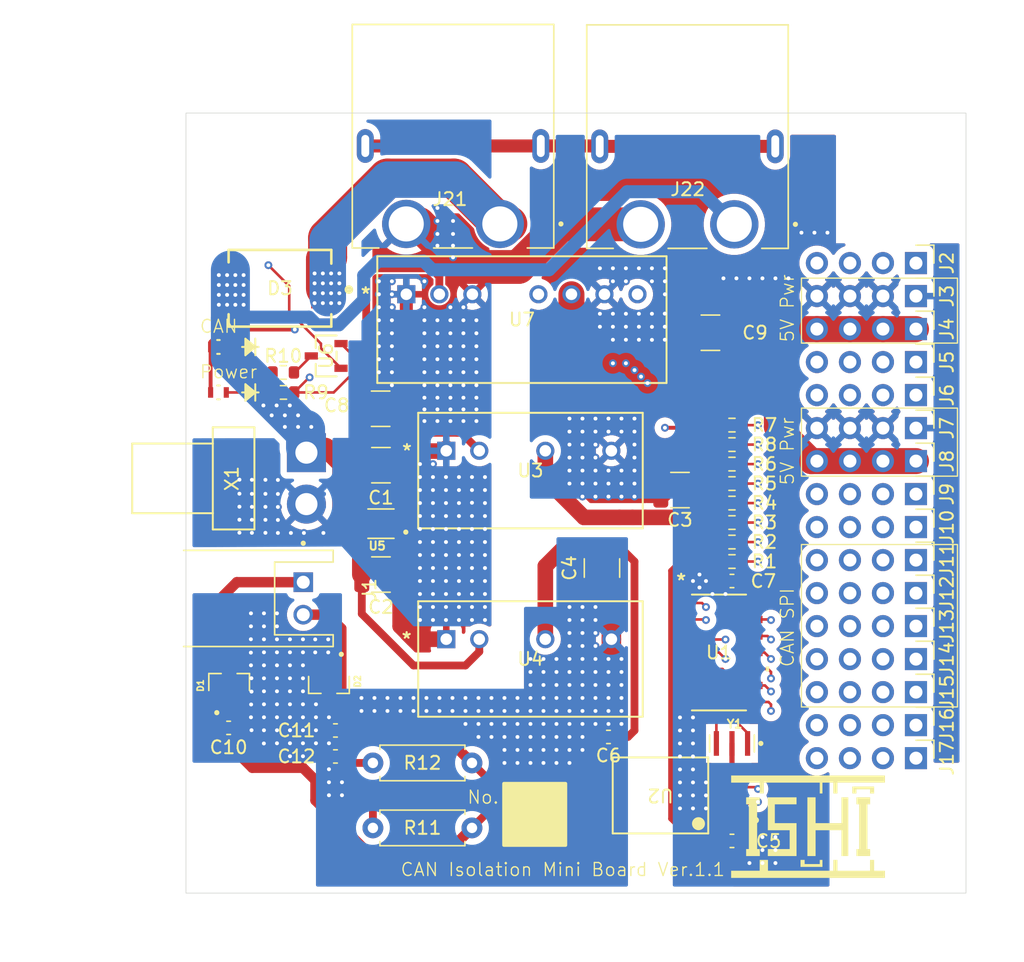
<source format=kicad_pcb>
(kicad_pcb (version 20241229) (generator "pcbnew") (generator_version "9.0")
  (title_block (title "CAN_Isolation_mini") (date "2025-11-06") (rev "Ver.1.1") (company "ISHI-Kai"))
  (layers (0 "F.Cu" signal) (4 "In1.Cu" signal) (6 "In2.Cu" signal) (2 "B.Cu" signal) (13 "F.Paste" user) (15 "B.Paste" user) (5 "F.SilkS" user "F.Silkscreen") (7 "B.SilkS" user "B.Silkscreen") (1 "F.Mask" user) (3 "B.Mask" user) (25 "Edge.Cuts" user))
  (net 0 "")
  (net 1 "BAT_12V")
  (net 2 "BAT_GND")
  (net 3 "GND_5VCAN")
  (net 4 "+5VCAN")
  (net 5 "CAN_H")
  (net 6 "CAN_L")
  (net 7 "Net-(C12-Pad1)")
  (net 14 "Net-(LED1-Pad1)")
  (net 15 "Net-(LED2-Pad1)")
  (net 16 "CAN_CS")
  (net 17 "CAN_SDO")
  (net 18 "CAN_SDI")
  (net 19 "CAN_SCK")
  (net 20 "CAN_GPIO0")
  (net 21 "CAN_GPIO1")
  (net 22 "CAN_CLK")
  (net 23 "CAN_INT")
  (net 24 "Net-(R10-Pad2)")
  (net 25 "Net-(U1-OSC2)")
  (net 26 "Net-(U1-OSC1)")
  (net 27 "Net-(U1-RXCAN)")
  (net 28 "Net-(U1-TXCAN)")
  (net 29 "CAN_LED")
  (net 50 "GND_VP")
  (net 51 "+3.3VP")
  (net 52 "+5VP")
  (net 59 "Net-(D3-PadC)")
  (footprint "CAN_Isolation:DIOM7959X250N" (layer "F.Cu") (at 95.888363 81.28 180)
    (property "Reference" "D3")
    (property "Value" "B520CQ-13-F")
  )
  (footprint "Capacitor_SMD:C_0603_1608Metric" (layer "F.Cu") (at 130.657095 103.809)
    (property "Reference" "C7")
    (property "Value" "100n")
  )
  (footprint "Resistor_SMD:R_0603_1608Metric" (layer "F.Cu") (at 96.157095 89.294905)
    (property "Reference" "R9")
    (property "Value" "200")
  )
  (footprint "MountingHole:MountingHole_3.2mm_M3" (layer "F.Cu") (at 143.657095 72.818)
    (property "Reference" "REF**" (hide yes))
    (property "Value" "MountingHole_3.2mm_M3")
  )
  (footprint "CAN_Isolation:DWV0008A-IPC_A" (layer "F.Cu") (at 125.157095 120.309 180)
    (property "Reference" "U2")
    (property "Value" "ISO1042QDWVRQ1")
  )
  (footprint "CAN_Isolation:PinHeader_1x04_P2.54mm_Vertical_noSilk" (layer "F.Cu") (at 144.81 89.5 -90)
    (property "Reference" "J6")
    (property "Value" "Conn_01x04_Pin")
  )
  (footprint "MountingHole:MountingHole_3.2mm_M3" (layer "F.Cu") (at 93.657095 122.794905)
    (property "Reference" "REF**" (hide yes))
    (property "Value" "MountingHole_3.2mm_M3")
  )
  (footprint "CAN_Isolation:PinHeader_1x04_P2.54mm_Vertical_noSilk" (layer "F.Cu") (at 144.81 81.88 -90)
    (property "Reference" "J3")
    (property "Value" "Conn_01x04_Pin")
  )
  (footprint "CAN_Isolation:ishikai_logo" (layer "F.Cu") (at 136.5 122.7)
    (property "Reference" "G***" (hide yes))
    (property "Value" "LOGO" (hide yes))
  )
  (footprint "Capacitor_SMD:C_0603_1608Metric" (layer "F.Cu") (at 91.94 115.11)
    (property "Reference" "C10")
    (property "Value" "47p")
  )
  (footprint "CAN_Isolation:PinHeader_1x04_P2.54mm_Vertical_noSilk" (layer "F.Cu") (at 144.81 94.58 -90)
    (property "Reference" "J8")
    (property "Value" "Conn_01x04_Pin")
  )
  (footprint "CAN_Isolation:B2PS-VH" (layer "F.Cu") (at 97.9225 95.91 -90)
    (property "Reference" "X1")
    (property "Value" "B2PS-VH")
  )
  (footprint "CAN_Isolation:PinHeader_1x04_P2.54mm_Vertical_noSilk" (layer "F.Cu") (at 144.81 102.2 -90)
    (property "Reference" "J11")
    (property "Value" "Conn_01x04_Pin")
  )
  (footprint "CAN_Isolation:PinHeader_1x04_P2.54mm_Vertical_noSilk" (layer "F.Cu") (at 144.81 117.44 -90)
    (property "Reference" "J17")
    (property "Value" "Conn_01x04_Pin")
  )
  (footprint "CAN_Isolation:SON65P200X200X80-7N" (layer "F.Cu") (at 103.657095 99.395 180)
    (property "Reference" "U5")
    (property "Value" "TVS1800DRVR")
  )
  (footprint "CAN_Isolation:PinHeader_1x04_P2.54mm_Vertical_noSilk" (layer "F.Cu") (at 144.81 112.36 -90)
    (property "Reference" "J15")
    (property "Value" "Conn_01x04_Pin")
  )
  (footprint "CAN_Isolation:PinHeader_1x04_P2.54mm_Vertical_noSilk" (layer "F.Cu") (at 144.81 107.28 -90)
    (property "Reference" "J13")
    (property "Value" "Conn_01x04_Pin")
  )
  (footprint "Capacitor_SMD:C_1210_3225Metric" (layer "F.Cu") (at 103.657095 103.309)
    (property "Reference" "C2")
    (property "Value" "22u")
  )
  (footprint "Resistor_THT:R_Axial_DIN0207_L6.3mm_D2.5mm_P7.62mm_Horizontal" (layer "F.Cu") (at 103.037095 117.809)
    (property "Reference" "R12")
    (property "Value" "60.4")
  )
  (footprint "Capacitor_SMD:C_0603_1608Metric" (layer "F.Cu") (at 130.657095 123.809)
    (property "Reference" "C5")
    (property "Value" "100n")
  )
  (footprint "CAN_Isolation:AMASS_XT60PW-F" (layer "F.Cu") (at 109.201 76.327 180)
    (property "Reference" "J21")
    (property "Value" "XT60PW-F")
  )
  (footprint "CAN_Isolation:TRANS_DTCZCAHZGT_ROM" (layer "F.Cu") (at 99.441 86.487 90)
    (property "Reference" "U6")
    (property "Value" "DTC114ECAHZGT116")
  )
  (footprint "CAN_Isolation:PinHeader_1x04_P2.54mm_Vertical_noSilk" (layer "F.Cu") (at 144.81 114.9 -90)
    (property "Reference" "J16")
    (property "Value" "Conn_01x04_Pin")
  )
  (footprint "CAN_Isolation:PinHeader_1x04_P2.54mm_Vertical_noSilk" (layer "F.Cu") (at 144.81 92.04 -90)
    (property "Reference" "J7")
    (property "Value" "Conn_01x04_Pin")
  )
  (footprint "Capacitor_SMD:C_0603_1608Metric" (layer "F.Cu") (at 100.157095 115.309)
    (property "Reference" "C11")
    (property "Value" "47p")
  )
  (footprint "CAN_Isolation:SOT95P237X111-3N" (layer "F.Cu") (at 91.98 111.58 90)
    (property "Reference" "D1")
    (property "Value" "MMBZ27VCLT1G")
  )
  (footprint "CAN_Isolation:SMLD12EN1WT86" (layer "F.Cu") (at 91.157095 85.794905 180)
    (property "Reference" "LED2" (hide yes))
    (property "Value" "SMLD12EN1WT86")
  )
  (footprint "CAN_Isolation:PinHeader_1x04_P2.54mm_Vertical_noSilk" (layer "F.Cu") (at 144.81 99.66 -90)
    (property "Reference" "J10")
    (property "Value" "Conn_01x04_Pin")
  )
  (footprint "MountingHole:MountingHole_3.2mm_M3" (layer "F.Cu") (at 143.657095 122.794905)
    (property "Reference" "REF**" (hide yes))
    (property "Value" "MountingHole_3.2mm_M3")
  )
  (footprint "Capacitor_SMD:C_1210_3225Metric" (layer "F.Cu") (at 103.632 90.551)
    (property "Reference" "C8")
    (property "Value" "22u")
  )
  (footprint "CAN_Isolation:MGS3_COS" (layer "F.Cu") (at 108.680095 93.785)
    (property "Reference" "U3")
    (property "Value" "MGS3123R3")
  )
  (footprint "CAN_Isolation:MGS3_COS" (layer "F.Cu") (at 108.680095 108.285)
    (property "Reference" "U4")
    (property "Value" "MGS1R51205")
  )
  (footprint "CAN_Isolation:PinHeader_1x04_P2.54mm_Vertical_noSilk" (layer "F.Cu") (at 144.81 97.12 -90)
    (property "Reference" "J9")
    (property "Value" "Conn_01x04_Pin")
  )
  (footprint "Resistor_SMD:R_0603_1608Metric" (layer "F.Cu") (at 130.657095 96.309)
    (property "Reference" "R5")
    (property "Value" "10k")
  )
  (footprint "Resistor_SMD:R_0603_1608Metric" (layer "F.Cu") (at 130.657095 99.309)
    (property "Reference" "R3")
    (property "Value" "10k")
  )
  (footprint "CAN_Isolation:SOIC14_150MIL_SL_MCH" (layer "F.Cu") (at 129.657095 109.309)
    (property "Reference" "U1")
    (property "Value" "MCP2518FDT-H/SL")
  )
  (footprint "CAN_Isolation:SMLD12EN1WT86" (layer "F.Cu") (at 91.157095 89.294905 180)
    (property "Reference" "LED1" (hide yes))
    (property "Value" "SMLD12EN1WT86")
  )
  (footprint "CAN_Isolation:SIP7_MGS10_COS" (layer "F.Cu") (at 105.608 81.741)
    (property "Reference" "U7")
    (property "Value" "MGS102405")
  )
  (footprint "Resistor_SMD:R_0603_1608Metric" (layer "F.Cu") (at 130.657095 100.809)
    (property "Reference" "R2")
    (property "Value" "10k")
  )
  (footprint "Capacitor_SMD:C_1210_3225Metric" (layer "F.Cu") (at 103.657095 94.895)
    (property "Reference" "C1")
    (property "Value" "22u")
  )
  (footprint "Capacitor_SMD:C_0603_1608Metric" (layer "F.Cu") (at 121.157095 115.809 180)
    (property "Reference" "C6")
    (property "Value" "100n")
  )
  (footprint "Capacitor_SMD:C_0603_1608Metric" (layer "F.Cu") (at 100.157095 117.309 180)
    (property "Reference" "C12")
    (property "Value" "4700p")
  )
  (footprint "Resistor_THT:R_Axial_DIN0207_L6.3mm_D2.5mm_P7.62mm_Horizontal" (layer "F.Cu") (at 110.657095 122.809 180)
    (property "Reference" "R11")
    (property "Value" "60.4")
  )
  (footprint "Capacitor_SMD:C_1210_3225Metric" (layer "F.Cu") (at 126.657095 96.809 180)
    (property "Reference" "C3")
    (property "Value" "22u")
  )
  (footprint "MountingHole:MountingHole_3.2mm_M3" (layer "F.Cu") (at 93.657095 72.825436)
    (property "Reference" "REF**" (hide yes))
    (property "Value" "MountingHole_3.2mm_M3")
  )
  (footprint "CAN_Isolation:PinHeader_1x04_P2.54mm_Vertical_noSilk" (layer "F.Cu") (at 144.81 79.34 -90)
    (property "Reference" "J2")
    (property "Value" "Conn_01x04_Pin")
  )
  (footprint "CAN_Isolation:PinHeader_1x04_P2.54mm_Vertical_noSilk" (layer "F.Cu") (at 144.81 86.96 -90)
    (property "Reference" "J5")
    (property "Value" "Conn_01x04_Pin")
  )
  (footprint "CAN_Isolation:OSC_CSTNE20M0V530000R0" (layer "F.Cu") (at 130.657095 116.309 180)
    (property "Reference" "Y1")
    (property "Value" "CSTNE20M0V530000R0")
  )
  (footprint "Capacitor_SMD:C_1210_3225Metric" (layer "F.Cu") (at 120.657095 102.809 -90)
    (property "Reference" "C4")
    (property "Value" "22u")
  )
  (footprint "Capacitor_SMD:C_1210_3225Metric" (layer "F.Cu") (at 129 84.7 180)
    (property "Reference" "C9")
    (property "Value" "22u")
  )
  (footprint "CAN_Isolation:SOT95P237X111-3N" (layer "F.Cu") (at 99.657095 111.809 -90)
    (property "Reference" "D2")
    (property "Value" "MMBZ27VCLT1G")
  )
  (footprint "CAN_Isolation:PinHeader_1x04_P2.54mm_Vertical_noSilk" (layer "F.Cu") (at 144.81 109.82 -90)
    (property "Reference" "J14")
    (property "Value" "Conn_01x04_Pin")
  )
  (footprint "CAN_Isolation:PinHeader_1x04_P2.54mm_Vertical_noSilk" (layer "F.Cu") (at 144.81 84.42 -90)
    (property "Reference" "J4")
    (property "Value" "Conn_01x04_Pin")
  )
  (footprint "CAN_Isolation:PinHeader_1x04_P2.54mm_Vertical_noSilk" (layer "F.Cu") (at 144.81 104.74 -90)
    (property "Reference" "J12")
    (property "Value" "Conn_01x04_Pin")
  )
  (footprint "Resistor_SMD:R_0603_1608Metric" (layer "F.Cu") (at 96.139 87.757)
    (property "Reference" "R10")
    (property "Value" "200")
  )
  (footprint "Resistor_SMD:R_0603_1608Metric" (layer "F.Cu") (at 130.657095 94.809)
    (property "Reference" "R6")
    (property "Value" "10k")
  )
  (footprint "Resistor_SMD:R_0603_1608Metric" (layer "F.Cu") (at 130.657095 102.309)
    (property "Reference" "R1")
    (property "Value" "10k")
  )
  (footprint "Resistor_SMD:R_0603_1608Metric" (layer "F.Cu") (at 130.657095 91.809)
    (property "Reference" "R7")
    (property "Value" "10k")
  )
  (footprint "Resistor_SMD:R_0603_1608Metric" (layer "F.Cu") (at 130.657095 93.309)
    (property "Reference" "R8")
    (property "Value" "10k")
  )
  (footprint "CAN_Isolation:JST_S2B-XH-A" (layer "F.Cu") (at 91.98 105.15 -90)
    (property "Reference" "J1")
    (property "Value" "S2B-XH-A")
  )
  (footprint "CAN_Isolation:AMASS_XT60PW-F" (layer "F.Cu") (at 127.235 76.358 180)
    (property "Reference" "J22")
    (property "Value" "XT60PW-F")
  )
  (footprint "Resistor_SMD:R_0603_1608Metric" (layer "F.Cu") (at 130.657095 97.809)
    (property "Reference" "R4")
    (property "Value" "10k")
  )
  (gr_rect (start 136 90.5) (end 148 95.74) (stroke (width 0.1)) (fill no) (layer "F.SilkS"))
  (gr_rect (start 136 101) (end 148 113.5) (stroke (width 0.1)) (fill no) (layer "F.SilkS"))
  (gr_rect (start 136 80.5) (end 148 85.5) (stroke (width 0.1)) (fill no) (layer "F.SilkS"))
  (gr_rect (start 88.657095 67.794905) (end 148.657095 127.827905) (stroke (width 0.05)) (fill no) (layer "Edge.Cuts"))
  (gr_text "CAN SPI" (at 135.5 110.5 90) (layer "F.SilkS") (effects (font (size 1 1) (thickness 0.1)) (justify left bottom)))
  (gr_text "No." (at 110.236 121.031 0) (layer "F.SilkS") (effects (font (size 1 1) (thickness 0.1)) (justify left bottom)))
  (gr_text "CAN Isolation Mini Board Ver.1.1" (at 105.1 126.6 0) (layer "F.SilkS") (effects (font (size 1 1) (thickness 0.1)) (justify left bottom)))
  (gr_text "5V Pwr" (at 135.5 96.5 90) (layer "F.SilkS") (effects (font (size 1 1) (thickness 0.1)) (justify left bottom)))
  (gr_text "CAN" (at 89.657095 84.794905 0) (layer "F.SilkS") (effects (font (size 1 1) (thickness 0.1)) (justify left bottom)))
  (gr_text "Power" (at 89.657095 88.294905 0) (layer "F.SilkS") (effects (font (size 1 1) (thickness 0.1)) (justify left bottom)))
  (gr_text "5V Pwr" (at 135.5 85.5 90) (layer "F.SilkS") (effects (font (size 1 1) (thickness 0.1)) (justify left bottom)))
  (segment (start 109.835095 92.4) (end 109.5 92.4) (width 0.6) (layer "F.Cu") (net 1))
  (segment (start 101.6 99.511) (end 101.716 99.395) (width 1.5) (layer "F.Cu") (net 1))
  (segment (start 111.220095 93.785) (end 109.835095 92.4) (width 0.6) (layer "F.Cu") (net 1))
  (segment (start 102.182095 106.334) (end 106.157095 110.309) (width 0.6) (layer "F.Cu") (net 1))
  (segment (start 102.523 90.741) (end 102.523 80.216) (width 0.6) (layer "F.Cu") (net 1))
  (segment (start 102.998 79.741) (end 107.498 79.741) (width 0.6) (layer "F.Cu") (net 1))
  (segment (start 102.637095 98.745) (end 102.637095 100.045) (width 0.6) (layer "F.Cu") (net 1))
  (segment (start 111.220095 109.246) (end 111.220095 108.285) (width 0.6) (layer "F.Cu") (net 1))
  (segment (start 108.148 80.391) (end 108.148 81.741) (width 0.6) (layer "F.Cu") (net 1))
  (segment (start 100.657095 94.794905) (end 100.657095 98.568095) (width 1.5) (layer "F.Cu") (net 1))
  (segment (start 100.657095 98.568095) (end 101.6 99.511) (width 1.5) (layer "F.Cu") (net 1))
  (segment (start 110.157095 110.309) (end 111.220095 109.246) (width 0.6) (layer "F.Cu") (net 1))
  (segment (start 102.182095 103.309) (end 102.182095 106.334) (width 0.6) (layer "F.Cu") (net 1))
  (segment (start 102.103095 99.511) (end 102.182095 99.59) (width 1.5) (layer "F.Cu") (net 1))
  (segment (start 102.637095 100.045) (end 102.637095 101.465) (width 0.6) (layer "F.Cu") (net 1))
  (segment (start 102.182095 99.59) (end 102.182095 103.309) (width 1.5) (layer "F.Cu") (net 1))
  (segment (start 101.6 99.511) (end 102.103095 99.511) (width 1.5) (layer "F.Cu") (net 1))
  (segment (start 102.182095 100.834) (end 102.182095 103.309) (width 0.6) (layer "F.Cu") (net 1))
  (segment (start 102.182095 90.284) (end 102.525 89.941095) (width 0.6) (layer "F.Cu") (net 1))
  (segment (start 107.498 79.741) (end 108.148 80.391) (width 0.6) (layer "F.Cu") (net 1))
  (segment (start 99.407095 93.544905) (end 100.657095 94.794905) (width 1.5) (layer "F.Cu") (net 1))
  (segment (start 102.182095 93.809) (end 102.182095 90.284) (width 0.6) (layer "F.Cu") (net 1))
  (segment (start 102.182095 90.284) (end 102.452 90.014095) (width 0.6) (layer "F.Cu") (net 1))
  (segment (start 102.637095 100.379) (end 102.182095 100.834) (width 0.6) (layer "F.Cu") (net 1))
  (segment (start 109.5 92.4) (end 104.677095 92.4) (width 0.6) (layer "F.Cu") (net 1))
  (segment (start 102.523 80.216) (end 102.998 79.741) (width 0.6) (layer "F.Cu") (net 1))
  (segment (start 102.637095 97.415) (end 102.182095 96.96) (width 0.6) (layer "F.Cu") (net 1))
  (segment (start 102.637095 98.745) (end 102.637095 97.415) (width 0.6) (layer "F.Cu") (net 1))
  (segment (start 106.157095 110.309) (end 110.157095 110.309) (width 0.6) (layer "F.Cu") (net 1))
  (segment (start 102.182095 96.96) (end 102.182095 94.895) (width 0.6) (layer "F.Cu") (net 1))
  (segment (start 104.677095 92.4) (end 102.182095 94.895) (width 0.6) (layer "F.Cu") (net 1))
  (segment (start 97.857095 93.544905) (end 99.407095 93.544905) (width 1.5) (layer "F.Cu") (net 1))
  (via (at 93.091 81.788) (size 0.6) (drill 0.3) (layers "F.Cu" "B.Cu") (net 1))
  (via (at 97.282 91.948) (size 0.6) (drill 0.3) (layers "F.Cu" "B.Cu") (net 1))
  (via (at 91.821 81.788) (size 0.6) (drill 0.3) (layers "F.Cu" "B.Cu") (net 1))
  (via (at 93.091 82.55) (size 0.6) (drill 0.3) (layers "F.Cu" "B.Cu") (net 1))
  (via (at 91.186 80.264) (size 0.6) (drill 0.3) (layers "F.Cu" "B.Cu") (net 1))
  (via (at 97.282 91.059) (size 0.6) (drill 0.3) (layers "F.Cu" "B.Cu") (net 1))
  (via (at 91.186 81.026) (size 0.6) (drill 0.3) (layers "F.Cu" "B.Cu") (net 1))
  (via (at 91.821 81.026) (size 0.6) (drill 0.3) (layers "F.Cu" "B.Cu") (net 1))
  (via (at 91.821 80.264) (size 0.6) (drill 0.3) (layers "F.Cu" "B.Cu") (net 1))
  (via (at 93.091 80.264) (size 0.6) (drill 0.3) (layers "F.Cu" "B.Cu") (net 1))
  (via (at 92.456 82.55) (size 0.6) (drill 0.3) (layers "F.Cu" "B.Cu") (net 1))
  (via (at 91.186 82.55) (size 0.6) (drill 0.3) (layers "F.Cu" "B.Cu") (net 1))
  (via (at 96.647 90.297) (size 0.6) (drill 0.3) (layers "F.Cu" "B.Cu") (net 1))
  (via (at 92.456 81.788) (size 0.6) (drill 0.3) (layers "F.Cu" "B.Cu") (net 1))
  (via (at 91.186 81.788) (size 0.6) (drill 0.3) (layers "F.Cu" "B.Cu") (net 1))
  (via (at 93.091 81.026) (size 0.6) (drill 0.3) (layers "F.Cu" "B.Cu") (net 1))
  (via (at 91.821 82.55) (size 0.6) (drill 0.3) (layers "F.Cu" "B.Cu") (net 1))
  (via (at 96.266 91.948) (size 0.6) (drill 0.3) (layers "F.Cu" "B.Cu") (net 1))
  (via (at 94.615 90.297) (size 0.6) (drill 0.3) (layers "F.Cu" "B.Cu") (net 1))
  (via (at 95.25 91.059) (size 0.6) (drill 0.3) (layers "F.Cu" "B.Cu") (net 1))
  (via (at 95.631 90.297) (size 0.6) (drill 0.3) (layers "F.Cu" "B.Cu") (net 1))
  (via (at 98.298 91.948) (size 0.6) (drill 0.3) (layers "F.Cu" "B.Cu") (net 1))
  (via (at 96.266 91.059) (size 0.6) (drill 0.3) (layers "F.Cu" "B.Cu") (net 1))
  (via (at 92.456 80.264) (size 0.6) (drill 0.3) (layers "F.Cu" "B.Cu") (net 1))
  (via (at 92.456 81.026) (size 0.6) (drill 0.3) (layers "F.Cu" "B.Cu") (net 1))
  (segment (start 128.3236 73.8466) (end 122.594744 73.8466) (width 1) (layer "B.Cu") (net 1))
  (segment (start 92.075 86.614) (end 92.075 83.61) (width 3) (layer "B.Cu") (net 1))
  (segment (start 98.717454 84.0954) (end 98.123654 83.5016) (width 1) (layer "B.Cu") (net 1))
  (segment (start 102.33 82.183946) (end 100.418546 84.0954) (width 1) (layer "B.Cu") (net 1))
  (segment (start 103.43 79.19) (end 102.33 80.29) (width 1) (layer "B.Cu") (net 1))
  (segment (start 92.1834 83.5016) (end 92.075 83.61) (width 1) (layer "B.Cu") (net 1))
  (segment (start 122.594744 73.8466) (end 116.587944 79.8534) (width 1) (layer "B.Cu") (net 1))
  (segment (start 100.418546 84.0954) (end 98.717454 84.0954) (width 1) (layer "B.Cu") (net 1))
  (segment (start 97.595905 92.134905) (end 92.075 86.614) (width 3) (layer "B.Cu") (net 1))
  (segment (start 102.33 80.29) (end 102.33 82.183946) (width 1) (layer "B.Cu") (net 1))
  (segment (start 97.857095 92.134905) (end 97.595905 92.134905) (width 3) (layer "B.Cu") (net 1))
  (segment (start 116.587944 79.8534) (end 107.605088 79.8534) (width 1) (layer "B.Cu") (net 1))
  (segment (start 130.835 76.358) (end 128.3236 73.8466) (width 1) (layer "B.Cu") (net 1))
  (segment (start 92.075 83.61) (end 92.075 79.883) (width 3) (layer "B.Cu") (net 1))
  (segment (start 106.941688 79.19) (end 103.43 79.19) (width 1) (layer "B.Cu") (net 1))
  (segment (start 97.857095 93.544905) (end 97.857095 92.134905) (width 3) (layer "B.Cu") (net 1))
  (segment (start 98.123654 83.5016) (end 92.1834 83.5016) (width 1) (layer "B.Cu") (net 1))
  (segment (start 107.605088 79.8534) (end 106.941688 79.19) (width 1) (layer "B.Cu") (net 1))
  (segment (start 114.238338 79.6384) (end 109.875082 79.6384) (width 2.6) (layer "F.Cu") (net 2))
  (segment (start 104.307095 98.745) (end 103.657095 99.395) (width 0.4) (layer "F.Cu") (net 2))
  (segment (start 105.132095 100.834) (end 104.677095 100.379) (width 1.2) (layer "F.Cu") (net 2))
  (segment (start 104.677095 98.745) (end 104.677095 100.045) (width 1.2) (layer "F.Cu") (net 2))
  (segment (start 104.677095 99.395) (end 103.657095 99.395) (width 0.4) (layer "F.Cu") (net 2))
  (segment (start 104.677095 98.745) (end 104.677095 99.395) (width 1.1) (layer "F.Cu") (net 2))
  (segment (start 105.132095 94.198) (end 105.521095 93.809) (width 1.2) (layer "F.Cu") (net 2))
  (segment (start 105.132095 107.284) (end 106.133095 108.285) (width 1.2) (layer "F.Cu") (net 2))
  (segment (start 104.677095 97.825) (end 104.677095 98.745) (width 1.2) (layer "F.Cu") (net 2))
  (segment (start 105.521095 93.809) (end 108.44619 93.809) (width 1.2) (layer "F.Cu") (net 2))
  (segment (start 117.518738 76.358) (end 114.238338 79.6384) (width 2.6) (layer "F.Cu") (net 2))
  (segment (start 104.677095 99.395) (end 104.677095 100.045) (width 1.1) (layer "F.Cu") (net 2))
  (segment (start 105.132095 103.309) (end 105.132095 107.284) (width 1.2) (layer "F.Cu") (net 2))
  (segment (start 97.93 97.86) (end 97.93 97.91) (width 0.4) (layer "F.Cu") (net 2))
  (segment (start 102.451 70.327) (end 115.951 70.327) (width 1) (layer "F.Cu") (net 2))
  (segment (start 105.132095 94.895) (end 105.132095 94.198) (width 1.2) (layer "F.Cu") (net 2))
  (segment (start 123.635 76.358) (end 117.518738 76.358) (width 2.6) (layer "F.Cu") (net 2))
  (segment (start 105.132095 100.834) (end 105.132095 103.309) (width 1.2) (layer "F.Cu") (net 2))
  (segment (start 108.44619 93.809) (end 108.680095 93.575095) (width 1.2) (layer "F.Cu") (net 2))
  (segment (start 115.951 70.327) (end 120.454 70.327) (width 1) (layer "F.Cu") (net 2))
  (segment (start 120.454 70.327) (end 120.485 70.358) (width 1) (layer "F.Cu") (net 2))
  (segment (start 104.677095 100.045) (end 104.307095 100.045) (width 0.4) (layer "F.Cu") (net 2))
  (segment (start 104.307095 100.045) (end 103.657095 99.395) (width 0.4) (layer "F.Cu") (net 2))
  (segment (start 105.132095 97.37) (end 104.677095 97.825) (width 1.2) (layer "F.Cu") (net 2))
  (segment (start 104.677095 98.745) (end 104.307095 98.745) (width 0.4) (layer "F.Cu") (net 2))
  (segment (start 105.132095 97.37) (end 105.132095 94.895) (width 1.2) (layer "F.Cu") (net 2))
  (segment (start 104.677095 101.465) (end 104.677095 100.045) (width 1.2) (layer "F.Cu") (net 2))
  (segment (start 120.485 70.358) (end 133.985 70.358) (width 1) (layer "F.Cu") (net 2))
  (segment (start 105.608 81.741) (end 105.608 90.606) (width 1) (layer "F.Cu") (net 2))
  (segment (start 106.563682 76.327) (end 105.601 76.327) (width 2.6) (layer "F.Cu") (net 2))
  (segment (start 106.133095 108.285) (end 108.680095 108.285) (width 1.2) (layer "F.Cu") (net 2))
  (segment (start 109.875082 79.6384) (end 106.563682 76.327) (width 2.6) (layer "F.Cu") (net 2))
  (via (at 110.657095 97.785) (size 0.6) (drill 0.3) (layers "F.Cu" "B.Cu") (net 2))
  (via (at 109.657095 102.809) (size 0.6) (drill 0.3) (layers "F.Cu" "B.Cu") (net 2))
  (via (at 93.73 96.02) (size 0.6) (drill 0.3) (layers "F.Cu" "B.Cu") (net 2))
  (via (at 107.657095 95.809) (size 0.6) (drill 0.3) (layers "F.Cu" "B.Cu") (net 2))
  (via (at 110 89.7) (size 0.6) (drill 0.3) (layers "F.Cu" "B.Cu") (net 2))
  (via (at 110 91.5) (size 0.6) (drill 0.3) (layers "F.Cu" "B.Cu") (net 2))
  (via (at 108 77.1) (size 0.6) (drill 0.3) (layers "F.Cu" "B.Cu") (net 2))
  (via (at 111.657095 97.809) (size 0.6) (drill 0.3) (layers "F.Cu" "B.Cu") (net 2))
  (via (at 106.657095 101.809) (size 0.6) (drill 0.3) (layers "F.Cu" "B.Cu") (net 2))
  (via (at 108.657095 98.809) (size 0.6) (drill 0.3) (layers "F.Cu" "B.Cu") (net 2))
  (via (at 109.998 82.741) (size 0.6) (drill 0.3) (layers "F.Cu" "B.Cu") (net 2))
  (via (at 94.77 100.1) (size 0.6) (drill 0.3) (layers "F.Cu" "B.Cu") (net 2))
  (via (at 106.657095 98.809) (size 0.6) (drill 0.3) (layers "F.Cu" "B.Cu") (net 2))
  (via (at 106.657095 97.809) (size 0.6) (drill 0.3) (layers "F.Cu" "B.Cu") (net 2))
  (via (at 106.998 86.741) (size 0.6) (drill 0.3) (layers "F.Cu" "B.Cu") (net 2))
  (via (at 95.73 96.03) (size 0.6) (drill 0.3) (layers "F.Cu" "B.Cu") (net 2))
  (via (at 109.657095 98.809) (size 0.6) (drill 0.3) (layers "F.Cu" "B.Cu") (net 2))
  (via (at 107.657095 100.809) (size 0.6) (drill 0.3) (layers "F.Cu" "B.Cu") (net 2))
  (via (at 108.657095 103.809) (size 0.6) (drill 0.3) (layers "F.Cu" "B.Cu") (net 2))
  (via (at 110.998 86.741) (size 0.6) (drill 0.3) (layers "F.Cu" "B.Cu") (net 2))
  (via (at 92.77 100.09) (size 0.6) (drill 0.3) (layers "F.Cu" "B.Cu") (net 2))
  (via (at 103.498 85.741) (size 0.6) (drill 0.3) (layers "F.Cu" "B.Cu") (net 2))
  (via (at 108 76.1) (size 0.6) (drill 0.3) (layers "F.Cu" "B.Cu") (net 2))
  (via (at 103.498 83.741) (size 0.6) (drill 0.3) (layers "F.Cu" "B.Cu") (net 2))
  (via (at 108.657095 95.809) (size 0.6) (drill 0.3) (layers "F.Cu" "B.Cu") (net 2))
  (via (at 95.73 97.11) (size 0.6) (drill 0.3) (layers "F.Cu" "B.Cu") (net 2))
  (via (at 109.657095 105.809) (size 0.6) (drill 0.3) (layers "F.Cu" "B.Cu") (net 2))
  (via (at 108.657095 96.809) (size 0.6) (drill 0.3) (layers "F.Cu" "B.Cu") (net 2))
  (via (at 94.77 97.1) (size 0.6) (drill 0.3) (layers "F.Cu" "B.Cu") (net 2))
  (via (at 107.657095 106.809) (size 0.6) (drill 0.3) (layers "F.Cu" "B.Cu") (net 2))
  (via (at 109.2 77.1) (size 0.6) (drill 0.3) (layers "F.Cu" "B.Cu") (net 2))
  (via (at 109.657095 104.809) (size 0.6) (drill 0.3) (layers "F.Cu" "B.Cu") (net 2))
  (via (at 93.73 99.1) (size 0.6) (drill 0.3) (layers "F.Cu" "B.Cu") (net 2))
  (via (at 107.657095 96.809) (size 0.6) (drill 0.3) (layers "F.Cu" "B.Cu") (net 2))
  (via (at 96.73 100.11) (size 0.6) (drill 0.3) (layers "F.Cu" "B.Cu") (net 2))
  (via (at 108 75.1) (size 0.6) (drill 0.3) (layers "F.Cu" "B.Cu") (net 2))
  (via (at 106.657095 100.809) (size 0.6) (drill 0.3) (layers "F.Cu" "B.Cu") (net 2))
  (via (at 108.657095 105.809) (size 0.6) (drill 0.3) (layers "F.Cu" "B.Cu") (net 2))
  (via (at 106.998 85.741) (size 0.6) (drill 0.3) (layers "F.Cu" "B.Cu") (net 2))
  (via (at 109.2 78) (size 0.6) (drill 0.3) (layers "F.Cu" "B.Cu") (net 2))
  (via (at 94.77 98.1) (size 0.6) (drill 0.3) (layers "F.Cu" "B.Cu") (net 2))
  (via (at 92.77 98.09) (size 0.6) (drill 0.3) (layers "F.Cu" "B.Cu") (net 2))
  (via (at 108.657095 106.809) (size 0.6) (drill 0.3) (layers "F.Cu" "B.Cu") (net 2))
  (via (at 103.498 86.741) (size 0.6) (drill 0.3) (layers "F.Cu" "B.Cu") (net 2))
  (via (at 109.2 78.9) (size 0.6) (drill 0.3) (layers "F.Cu" "B.Cu") (net 2))
  (via (at 110.657095 100.809) (size 0.6) (drill 0.3) (layers "F.Cu" "B.Cu") (net 2))
  (via (at 108 91.5) (size 0.6) (drill 0.3) (layers "F.Cu" "B.Cu") (net 2))
  (via (at 110.657095 96.809) (size 0.6) (drill 0.3) (layers "F.Cu" "B.Cu") (net 2))
  (via (at 107.998 85.741) (size 0.6) (drill 0.3) (layers "F.Cu" "B.Cu") (net 2))
  (via (at 95.73 100.11) (size 0.6) (drill 0.3) (layers "F.Cu" "B.Cu") (net 2))
  (via (at 108.657095 99.809) (size 0.6) (drill 0.3) (layers "F.Cu" "B.Cu") (net 2))
  (via (at 111.657095 102.809) (size 0.6) (drill 0.3) (layers "F.Cu" "B.Cu") (net 2))
  (via (at 95.73 98.11) (size 0.6) (drill 0.3) (layers "F.Cu" "B.Cu") (net 2))
  (via (at 108.998 84.741) (size 0.6) (drill 0.3) (layers "F.Cu" "B.Cu") (net 2))
  (via (at 110.657095 103.809) (size 0.6) (drill 0.3) (layers "F.Cu" "B.Cu") (net 2))
  (via (at 92.77 97.09) (size 0.6) (drill 0.3) (layers "F.Cu" "B.Cu") (net 2))
  (via (at 93.73 100.1) (size 0.6) (drill 0.3) (layers "F.Cu" "B.Cu") (net 2))
  (via (at 107.998 84.741) (size 0.6) (drill 0.3) (layers "F.Cu" "B.Cu") (net 2))
  (via (at 104.498 86.741) (size 0.6) (drill 0.3) (layers "F.Cu" "B.Cu") (net 2))
  (via (at 111.657095 103.809) (size 0.6) (drill 0.3) (layers "F.Cu" "B.Cu") (net 2))
  (via (at 109.998 87.741) (size 0.6) (drill 0.3) (layers "F.Cu" "B.Cu") (net 2))
  (via (at 109.657095 103.809) (size 0.6) (drill 0.3) (layers "F.Cu" "B.Cu") (net 2))
  (via (at 109.998 84.741) (size 0.6) (drill 0.3) (layers "F.Cu" "B.Cu") (net 2))
  (via (at 111.657095 96.809) (size 0.6) (drill 0.3) (layers "F.Cu" "B.Cu") (net 2))
  (via (at 107 91.5) (size 0.6) (drill 0.3) (layers "F.Cu" "B.Cu") (net 2))
  (via (at 109 89.7) (size 0.6) (drill 0.3) (layers "F.Cu" "B.Cu") (net 2))
  (via (at 107.657095 102.809) (size 0.6) (drill 0.3) (layers "F.Cu" "B.Cu") (net 2))
  (via (at 108.657095 101.809) (size 0.6) (drill 0.3) (layers "F.Cu" "B.Cu") (net 2))
  (via (at 104.498 83.741) (size 0.6) (drill 0.3) (layers "F.Cu" "B.Cu") (net 2))
  (via (at 108.657095 100.809) (size 0.6) (drill 0.3) (layers "F.Cu" "B.Cu") (net 2))
  (via (at 109.998 83.741) (size 0.6) (drill 0.3) (layers "F.Cu" "B.Cu") (net 2))
  (via (at 109.657095 101.809) (size 0.6) (drill 0.3) (layers "F.Cu" "B.Cu") (net 2))
  (via (at 110.657095 98.809) (size 0.6) (drill 0.3) (layers "F.Cu" "B.Cu") (net 2))
  (via (at 107.657095 98.809) (size 0.6) (drill 0.3) (layers "F.Cu" "B.Cu") (net 2))
  (via (at 107.998 88.741) (size 0.6) (drill 0.3) (layers "F.Cu" "B.Cu") (net 2))
  (via (at 109 91.5) (size 0.6) (drill 0.3) (layers "F.Cu" "B.Cu") (net 2))
  (via (at 103.498 84.741) (size 0.6) (drill 0.3) (layers "F.Cu" "B.Cu") (net 2))
  (via (at 94.77 96.02) (size 0.6) (drill 0.3) (layers "F.Cu" "B.Cu") (net 2))
  (via (at 104.498 81.741) (size 0.6) (drill 0.3) (layers "F.Cu" "B.Cu") (net 2))
  (via (at 106.998 80.741) (size 0.6) (drill 0.3) (layers "F.Cu" "B.Cu") (net 2))
  (via (at 111 91.5) (size 0.6) (drill 0.3) (layers "F.Cu" "B.Cu") (net 2))
  (via (at 111 89.7) (size 0.6) (drill 0.3) (layers "F.Cu" "B.Cu") (net 2))
  (via (at 106.657095 103.809) (size 0.6) (drill 0.3) (layers "F.Cu" "B.Cu") (net 2))
  (via (at 111.657095 98.809) (size 0.6) (drill 0.3) (layers "F.Cu" "B.Cu") (net 2))
  (via (at 94.77 99.1) (size 0.6) (drill 0.3) (layers "F.Cu" "B.Cu") (net 2))
  (via (at 108 89.7) (size 0.6) (drill 0.3) (layers "F.Cu" "B.Cu") (net 2))
  (via (at 103.498 80.741) (size 0.6) (drill 0.3) (layers "F.Cu" "B.Cu") (net 2))
  (via (at 108.657095 97.809) (size 0.6) (drill 0.3) (layers "F.Cu" "B.Cu") (net 2))
  (via (at 111.657095 105.809) (size 0.6) (drill 0.3) (layers "F.Cu" "B.Cu") (net 2))
  (via (at 108.657095 104.809) (size 0.6) (drill 0.3) (layers "F.Cu" "B.Cu") (net 2))
  (via (at 109.201 76.1) (size 0.6) (drill 0.3) (layers "F.Cu" "B.Cu") (net 2))
  (via (at 108.998 83.741) (size 0.6) (drill 0.3) (layers "F.Cu" "B.Cu") (net 2))
  (via (at 107.657095 103.809) (size 0.6) (drill 0.3) (layers "F.Cu" "B.Cu") (net 2))
  (via (at 106.657095 95.809) (size 0.6) (drill 0.3) (layers "F.Cu" "B.Cu") (net 2))
  (via (at 109.657095 96.809) (size 0.6) (drill 0.3) (layers "F.Cu" "B.Cu") (net 2))
  (via (at 109.657095 95.809) (size 0.6) (drill 0.3) (layers "F.Cu" "B.Cu") (net 2))
  (via (at 109.657095 106.809) (size 0.6) (drill 0.3) (layers "F.Cu" "B.Cu") (net 2))
  (via (at 107.657095 104.809) (size 0.6) (drill 0.3) (layers "F.Cu" "B.Cu") (net 2))
  (via (at 111.657095 95.809) (size 0.6) (drill 0.3) (layers "F.Cu" "B.Cu") (net 2))
  (via (at 110.998 88.741) (size 0.6) (drill 0.3) (layers "F.Cu" "B.Cu") (net 2))
  (via (at 107.657095 105.809) (size 0.6) (drill 0.3) (layers "F.Cu" "B.Cu") (net 2))
  (via (at 108 78) (size 0.6) (drill 0.3) (layers "F.Cu" "B.Cu") (net 2))
  (via (at 106.998 84.741) (size 0.6) (drill 0.3) (layers "F.Cu" "B.Cu") (net 2))
  (via (at 108.998 86.741) (size 0.6) (drill 0.3) (layers "F.Cu" "B.Cu") (net 2))
  (via (at 103.498 81.741) (size 0.6) (drill 0.3) (layers "F.Cu" "B.Cu") (net 2))
  (via (at 109.657095 100.809) (size 0.6) (drill 0.3) (layers "F.Cu" "B.Cu") (net 2))
  (via (at 108.998 87.741) (size 0.6) (drill 0.3) (layers "F.Cu" "B.Cu") (net 2))
  (via (at 104.498 85.741) (size 0.6) (drill 0.3) (layers "F.Cu" "B.Cu") (net 2))
  (via (at 110.657095 104.809) (size 0.6) (drill 0.3) (layers "F.Cu" "B.Cu") (net 2))
  (via (at 108.998 82.741) (size 0.6) (drill 0.3) (layers "F.Cu" "B.Cu") (net 2))
  (via (at 110.657095 102.809) (size 0.6) (drill 0.3) (layers "F.Cu" "B.Cu") (net 2))
  (via (at 92.77 96.01) (size 0.6) (drill 0.3) (layers "F.Cu" "B.Cu") (net 2))
  (via (at 109.998 86.741) (size 0.6) (drill 0.3) (layers "F.Cu" "B.Cu") (net 2))
  (via (at 104.498 87.741) (size 0.6) (drill 0.3) (layers "F.Cu" "B.Cu") (net 2))
  (via (at 104.498 82.741) (size 0.6) (drill 0.3) (layers "F.Cu" "B.Cu") (net 2))
  (via (at 92.77 99.09) (size 0.6) (drill 0.3) (layers "F.Cu" "B.Cu") (net 2))
  (via (at 106.998 83.741) (size 0.6) (drill 0.3) (layers "F.Cu" "B.Cu") (net 2))
  (via (at 104.498 84.741) (size 0.6) (drill 0.3) (layers "F.Cu" "B.Cu") (net 2))
  (via (at 110.657095 95.809) (size 0.6) (drill 0.3) (layers "F.Cu" "B.Cu") (net 2))
  (via (at 110 90.6) (size 0.6) (drill 0.3) (layers "F.Cu" "B.Cu") (net 2))
  (via (at 110.998 85.741) (size 0.6) (drill 0.3) (layers "F.Cu" "B.Cu") (net 2))
  (via (at 99.23 100.11) (size 0.6) (drill 0.3) (layers "F.Cu" "B.Cu") (net 2))
  (via (at 110.657095 99.809) (size 0.6) (drill 0.3) (layers "F.Cu" "B.Cu") (net 2))
  (via (at 107.657095 101.809) (size 0.6) (drill 0.3) (layers "F.Cu" "B.Cu") (net 2))
  (via (at 109.657095 97.809) (size 0.6) (drill 0.3) (layers "F.Cu" "B.Cu") (net 2))
  (via (at 109.998 85.741) (size 0.6) (drill 0.3) (layers "F.Cu" "B.Cu") (net 2))
  (via (at 95.73 99.11) (size 0.6) (drill 0.3) (layers "F.Cu" "B.Cu") (net 2))
  (via (at 111.657095 106.809) (size 0.6) (drill 0.3) (layers "F.Cu" "B.Cu") (net 2))
  (via (at 110.998 83.741) (size 0.6) (drill 0.3) (layers "F.Cu" "B.Cu") (net 2))
  (via (at 106.657095 105.809) (size 0.6) (drill 0.3) (layers "F.Cu" "B.Cu") (net 2))
  (via (at 110.657095 105.809) (size 0.6) (drill 0.3) (layers "F.Cu" "B.Cu") (net 2))
  (via (at 108.998 85.741) (size 0.6) (drill 0.3) (layers "F.Cu" "B.Cu") (net 2))
  (via (at 111.657095 101.809) (size 0.6) (drill 0.3) (layers "F.Cu" "B.Cu") (net 2))
  (via (at 107 90.6) (size 0.6) (drill 0.3) (layers "F.Cu" "B.Cu") (net 2))
  (via (at 110.657095 101.809) (size 0.6) (drill 0.3) (layers "F.Cu" "B.Cu") (net 2))
  (via (at 106.657095 102.809) (size 0.6) (drill 0.3) (layers "F.Cu" "B.Cu") (net 2))
  (via (at 107.657095 97.809) (size 0.6) (drill 0.3) (layers "F.Cu" "B.Cu") (net 2))
  (via (at 107.998 87.741) (size 0.6) (drill 0.3) (layers "F.Cu" "B.Cu") (net 2))
  (via (at 106.998 88.741) (size 0.6) (drill 0.3) (layers "F.Cu" "B.Cu") (net 2))
  (via (at 104.498 88.741) (size 0.6) (drill 0.3) (layers "F.Cu" "B.Cu") (net 2))
  (via (at 111.657095 104.809) (size 0.6) (drill 0.3) (layers "F.Cu" "B.Cu") (net 2))
  (via (at 111 90.6) (size 0.6) (drill 0.3) (layers "F.Cu" "B.Cu") (net 2))
  (via (at 104.498 80.741) (size 0.6) (drill 0.3) (layers "F.Cu" "B.Cu") (net 2))
  (via (at 108.657095 102.809) (size 0.6) (drill 0.3) (layers "F.Cu" "B.Cu") (net 2))
  (via (at 111.657095 100.809) (size 0.6) (drill 0.3) (layers "F.Cu" "B.Cu") (net 2))
  (via (at 106.657095 104.809) (size 0.6) (drill 0.3) (layers "F.Cu" "B.Cu") (net 2))
  (via (at 107 89.7) (size 0.6) (drill 0.3) (layers "F.Cu" "B.Cu") (net 2))
  (via (at 107.998 83.741) (size 0.6) (drill 0.3) (layers "F.Cu" "B.Cu") (net 2))
  (via (at 106.657095 106.809) (size 0.6) (drill 0.3) (layers "F.Cu" "B.Cu") (net 2))
  (via (at 109.657095 99.809) (size 0.6) (drill 0.3) (layers "F.Cu" "B.Cu") (net 2))
  (via (at 109.998 88.741) (size 0.6) (drill 0.3) (layers "F.Cu" "B.Cu") (net 2))
  (via (at 109 90.6) (size 0.6) (drill 0.3) (layers "F.Cu" "B.Cu") (net 2))
  (via (at 93.73 97.1) (size 0.6) (drill 0.3) (layers "F.Cu" "B.Cu") (net 2))
  (via (at 110.998 87.741) (size 0.6) (drill 0.3) (layers "F.Cu" "B.Cu") (net 2))
  (via (at 107.657095 94.809) (size 0.6) (drill 0.3) (layers "F.Cu" "B.Cu") (net 2))
  (via (at 110.657095 106.809) (size 0.6) (drill 0.3) (layers "F.Cu" "B.Cu") (net 2))
  (via (at 106.657095 99.809) (size 0.6) (drill 0.3) (layers "F.Cu" "B.Cu") (net 2))
  (via (at 97.73 100.11) (size 0.6) (drill 0.3) (layers "F.Cu" "B.Cu") (net 2))
  (via (at 108 90.6) (size 0.6) (drill 0.3) (layers "F.Cu" "B.Cu") (net 2))
  (via (at 103.498 87.741) (size 0.6) (drill 0.3) (layers "F.Cu" "B.Cu") (net 2))
  (via (at 111.657095 99.809) (size 0.6) (drill 0.3) (layers "F.Cu" "B.Cu") (net 2))
  (via (at 107.998 86.741) (size 0.6) (drill 0.3) (layers "F.Cu" "B.Cu") (net 2))
  (via (at 106.657095 96.809) (size 0.6) (drill 0.3) (layers "F.Cu" "B.Cu") (net 2))
  (via (at 103.498 82.741) (size 0.6) (drill 0.3) (layers "F.Cu" "B.Cu") (net 2))
  (via (at 110.998 84.741) (size 0.6) (drill 0.3) (layers "F.Cu" "B.Cu") (net 2))
  (via (at 106.998 82.741) (size 0.6) (drill 0.3) (layers "F.Cu" "B.Cu") (net 2))
  (via (at 107.657095 99.809) (size 0.6) (drill 0.3) (layers "F.Cu" "B.Cu") (net 2))
  (via (at 93.73 98.1) (size 0.6) (drill 0.3) (layers "F.Cu" "B.Cu") (net 2))
  (via (at 106.998 87.741) (size 0.6) (drill 0.3) (layers "F.Cu" "B.Cu") (net 2))
  (via (at 106.657095 94.809) (size 0.6) (drill 0.3) (layers "F.Cu" "B.Cu") (net 2))
  (via (at 108.998 88.741) (size 0.6) (drill 0.3) (layers "F.Cu" "B.Cu") (net 2))
  (segment (start 97.93 97.86) (end 98.98 97.86) (width 0.4) (layer "B.Cu") (net 2))
  (segment (start 108.680095 108.285) (end 108.680095 108.332) (width 1.2) (layer "B.Cu") (net 2))
  (segment (start 98.98 97.86) (end 99.23 98.11) (width 0.4) (layer "B.Cu") (net 2))
  (segment (start 97.93 97.86) (end 98.48 97.86) (width 0.4) (layer "B.Cu") (net 2))
  (segment (start 97.93 97.86) (end 97.48 97.86) (width 0.4) (layer "B.Cu") (net 2))
  (segment (start 97.93 97.86) (end 96.98 97.86) (width 0.4) (layer "B.Cu") (net 2))
  (segment (start 108.680095 108.285) (end 108.681095 108.285) (width 1.2) (layer "B.Cu") (net 2))
  (segment (start 97.48 97.86) (end 96.73 97.11) (width 0.4) (layer "B.Cu") (net 2))
  (segment (start 96.98 97.86) (end 96.73 98.11) (width 0.4) (layer "B.Cu") (net 2))
  (segment (start 98.48 97.86) (end 99.23 97.11) (width 0.4) (layer "B.Cu") (net 2))
  (segment (start 92.93 112.64) (end 92.93 112.05) (width 1) (layer "F.Cu") (net 3))
  (segment (start 119.157095 116.809) (end 119.157095 117.704523) (width 0.6) (layer "F.Cu") (net 3))
  (segment (start 92.715 114.605) (end 92.715 115.11) (width 1) (layer "F.Cu") (net 3))
  (segment (start 97.656095 111.8) (end 97.16219 111.8) (width 1) (layer "F.Cu") (net 3))
  (segment (start 121.380095 108.285) (end 121.380095 109.032) (width 1.5) (layer "F.Cu") (net 3))
  (segment (start 97.16219 111.8) (end 96.657095 111.294905) (width 1) (layer "F.Cu") (net 3))
  (segment (start 120.382095 115.809) (end 120.382095 117.878477) (width 0.6) (layer "F.Cu") (net 3))
  (segment (start 92.93 112.64) (end 93.33 112.24) (width 1) (layer "F.Cu") (net 3))
  (segment (start 121.380095 108.285) (end 121.380095 105.007) (width 1.5) (layer "F.Cu") (net 3))
  (segment (start 120.382095 115.809) (end 119.157095 115.809) (width 0.6) (layer "F.Cu") (net 3))
  (segment (start 98.214905 116.294905) (end 97.657095 116.294905) (width 0.6) (layer "F.Cu") (net 3))
  (segment (start 93.65 113.67) (end 92.715 114.605) (width 1) (layer "F.Cu") (net 3))
  (segment (start 97.657095 117.294905) (end 96.657095 117.294905) (width 0.6) (layer "F.Cu") (net 3))
  (segment (start 98.707095 110.749) (end 98.707095 109.407095) (width 1) (layer "F.Cu") (net 3))
  (segment (start 92.93 112.05) (end 93.69 111.29) (width 1) (layer "F.Cu") (net 3))
  (segment (start 97.67119 117.309) (end 97.657095 117.294905) (width 0.6) (layer "F.Cu") (net 3))
  (segment (start 93.65 113.36) (end 93.65 113.67) (width 1) (layer "F.Cu") (net 3))
  (segment (start 98.707095 110.749) (end 97.656095 111.8) (width 1) (layer "F.Cu") (net 3))
  (segment (start 120.382095 117.878477) (end 119.856572 118.404) (width 0.6) (layer "F.Cu") (net 3))
  (segment (start 119.157095 117.704523) (end 119.856572 118.404) (width 0.6) (layer "F.Cu") (net 3))
  (segment (start 121.380095 105.007) (end 120.657095 104.284) (width 1.5) (layer "F.Cu") (net 3))
  (segment (start 92.93 112.64) (end 93.65 113.36) (width 1) (layer "F.Cu") (net 3))
  (segment (start 99.229 117.309) (end 98.214905 116.294905) (width 0.6) (layer "F.Cu") (net 3))
  (segment (start 99.382095 117.309) (end 99.229 117.309) (width 0.6) (layer "F.Cu") (net 3))
  (segment (start 99.382095 115.309) (end 99.382095 117.309) (width 0.6) (layer "F.Cu") (net 3))
  (segment (start 98.707095 109.407095) (end 98.6 109.3) (width 0.2) (layer "F.Cu") (net 3))
  (segment (start 99.382095 117.309) (end 97.67119 117.309) (width 0.6) (layer "F.Cu") (net 3))
  (via (at 120.157095 110.809) (size 0.6) (drill 0.3) (layers "F.Cu" "B.Cu") (net 3))
  (via (at 113.157095 117.809) (size 0.6) (drill 0.3) (layers "F.Cu" "B.Cu") (net 3))
  (via (at 111.157095 112.809) (size 0.6) (drill 0.3) (layers "F.Cu" "B.Cu") (net 3))
  (via (at 118.157095 117.809) (size 0.6) (drill 0.3) (layers "F.Cu" "B.Cu") (net 3))
  (via (at 97.657095 114.294905) (size 0.6) (drill 0.3) (layers "F.Cu" "B.Cu") (net 3))
  (via (at 115.157095 112.809) (size 0.6) (drill 0.3) (layers "F.Cu" "B.Cu") (net 3))
  (via (at 99.6 109.3) (size 0.6) (drill 0.3) (layers "F.Cu" "B.Cu") (net 3))
  (via (at 96.657095 109.294905) (size 0.6) (drill 0.3) (layers "F.Cu" "B.Cu") (net 3))
  (via (at 107.157095 113.809) (size 0.6) (drill 0.3) (layers "F.Cu" "B.Cu") (net 3))
  (via (at 116.157095 111.809) (size 0.6) (drill 0.3) (layers "F.Cu" "B.Cu") (net 3))
  (via (at 95.657095 111.294905) (size 0.6) (drill 0.3) (layers "F.Cu" "B.Cu") (net 3))
  (via (at 122.157095 109.809) (size 0.6) (drill 0.3) (layers "F.Cu" "B.Cu") (net 3))
  (via (at 97.657095 113.294905) (size 0.6) (drill 0.3) (layers "F.Cu" "B.Cu") (net 3))
  (via (at 122.157095 114.809) (size 0.6) (drill 0.3) (layers "F.Cu" "B.Cu") (net 3))
  (via (at 97.657095 117.294905) (size 0.6) (drill 0.3) (layers "F.Cu" "B.Cu") (net 3))
  (via (at 120.157095 112.809) (size 0.6) (drill 0.3) (layers "F.Cu" "B.Cu") (net 3))
  (via (at 95.657095 112.294905) (size 0.6) (drill 0.3) (layers "F.Cu" "B.Cu") (net 3))
  (via (at 97.657095 108.294905) (size 0.6) (drill 0.3) (layers "F.Cu" "B.Cu") (net 3))
  (via (at 121.157095 109.809) (size 0.6) (drill 0.3) (layers "F.Cu" "B.Cu") (net 3))
  (via (at 117.157095 112.809) (size 0.6) (drill 0.3) (layers "F.Cu" "B.Cu") (net 3))
  (via (at 108.157095 112.809) (size 0.6) (drill 0.3) (layers "F.Cu" "B.Cu") (net 3))
  (via (at 118.157095 114.809) (size 0.6) (drill 0.3) (layers "F.Cu" "B.Cu") (net 3))
  (via (at 94.657095 110.294905) (size 0.6) (drill 0.3) (layers "F.Cu" "B.Cu") (net 3))
  (via (at 122.157095 110.809) (size 0.6) (drill 0.3) (layers "F.Cu" "B.Cu") (net 3))
  (via (at 118.157095 115.809) (size 0.6) (drill 0.3) (layers "F.Cu" "B.Cu") (net 3))
  (via (at 108.157095 113.809) (size 0.6) (drill 0.3) (layers "F.Cu" "B.Cu") (net 3))
  (via (at 118.157095 105.809) (size 0.6) (drill 0.3) (layers "F.Cu" "B.Cu") (net 3))
  (via (at 93.7 112.32) (size 0.6) (drill 0.3) (layers "F.Cu" "B.Cu") (net 3))
  (via (at 120.157095 105.809) (size 0.6) (drill 0.3) (layers "F.Cu" "B.Cu") (net 3))
  (via (at 97.657095 109.294905) (size 0.6) (drill 0.3) (layers "F.Cu" "B.Cu") (net 3))
  (via (at 106.157095 112.809) (size 0.6) (drill 0.3) (layers "F.Cu" "B.Cu") (net 3))
  (via (at 113.157095 115.809) (size 0.6) (drill 0.3) (layers "F.Cu" "B.Cu") (net 3))
  (via (at 122.157095 113.809) (size 0.6) (drill 0.3) (layers "F.Cu" "B.Cu") (net 3))
  (via (at 95.657095 114.294905) (size 0.6) (drill 0.3) (layers "F.Cu" "B.Cu") (net 3))
  (via (at 113.157095 112.809) (size 0.6) (drill 0.3) (layers "F.Cu" "B.Cu") (net 3))
  (via (at 96.657095 110.294905) (size 0.6) (drill 0.3) (layers "F.Cu" "B.Cu") (net 3))
  (via (at 96.657095 115.294905) (size 0.6) (drill 0.3) (layers "F.Cu" "B.Cu") (net 3))
  (via (at 96.657095 113.294905) (size 0.6) (drill 0.3) (layers "F.Cu" "B.Cu") (net 3))
  (via (at 103.157095 112.809) (size 0.6) (drill 0.3) (layers "F.Cu" "B.Cu") (net 3))
  (via (at 119.157095 116.809) (size 0.6) (drill 0.3) (layers "F.Cu" "B.Cu") (net 3))
  (via (at 119.157095 105.809) (size 0.6) (drill 0.3) (layers "F.Cu" "B.Cu") (net 3))
  (via (at 96.657095 117.294905) (size 0.6) (drill 0.3) (layers "F.Cu" "B.Cu") (net 3))
  (via (at 117.157095 117.809) (size 0.6) (drill 0.3) (layers "F.Cu" "B.Cu") (net 3))
  (via (at 102.157095 112.809) (size 0.6) (drill 0.3) (layers "F.Cu" "B.Cu") (net 3))
  (via (at 114.157095 112.809) (size 0.6) (drill 0.3) (layers "F.Cu" "B.Cu") (net 3))
  (via (at 99.657095 116.294905) (size 0.6) (drill 0.3) (layers "F.Cu" "B.Cu") (net 3))
  (via (at 94.657095 114.294905) (size 0.6) (drill 0.3) (layers "F.Cu" "B.Cu") (net 3))
  (via (at 114.157095 117.809) (size 0.6) (drill 0.3) (layers "F.Cu" "B.Cu") (net 3))
  (via (at 93.7 115.29) (size 0.6) (drill 0.3) (layers "F.Cu" "B.Cu") (net 3))
  (via (at 93.657095 110.294905) (size 0.6) (drill 0.3) (layers "F.Cu" "B.Cu") (net 3))
  (via (at 115.157095 115.809) (size 0.6) (drill 0.3) (layers "F.Cu" "B.Cu") (net 3))
  (via (at 94.657095 109.294905) (size 0.6) (drill 0.3) (layers "F.Cu" "B.Cu") (net 3))
  (via (at 121.157095 111.809) (size 0.6) (drill 0.3) (layers "F.Cu" "B.Cu") (net 3))
  (via (at 114.157095 114.809) (size 0.6) (drill 0.3) (layers "F.Cu" "B.Cu") (net 3))
  (via (at 95.657095 113.294905) (size 0.6) (drill 0.3) (layers "F.Cu" "B.Cu") (net 3))
  (via (at 98.6 109.3) (size 0.6) (drill 0.3) (layers "F.Cu" "B.Cu") (net 3))
  (via (at 120.157095 109.809) (size 0.6) (drill 0.3) (layers "F.Cu" "B.Cu") (net 3))
  (via (at 119.157095 111.809) (size 0.6) (drill 0.3) (layers "F.Cu" "B.Cu") (net 3))
  (via (at 114.157095 113.809) (size 0.6) (drill 0.3) (layers "F.Cu" "B.Cu") (net 3))
  (via (at 112.157095 113.809) (size 0.6) (drill 0.3) (layers "F.Cu" "B.Cu") (net 3))
  (via (at 111.157095 115.809) (size 0.6) (drill 0.3) (layers "F.Cu" "B.Cu") (net 3))
  (via (at 96.657095 111.294905) (size 0.6) (drill 0.3) (layers "F.Cu" "B.Cu") (net 3))
  (via (at 109.157095 112.809) (size 0.6) (drill 0.3) (layers "F.Cu" "B.Cu") (net 3))
  (via (at 121.157095 112.809) (size 0.6) (drill 0.3) (layers "F.Cu" "B.Cu") (net 3))
  (via (at 100.657095 119.294905) (size 0.6) (drill 0.3) (layers "F.Cu" "B.Cu") (net 3))
  (via (at 96.657095 114.294905) (size 0.6) (drill 0.3) (layers "F.Cu" "B.Cu") (net 3))
  (via (at 120.157095 108.809) (size 0.6) (drill 0.3) (layers "F.Cu" "B.Cu") (net 3))
  (via (at 98.6 108.3) (size 0.6) (drill 0.3) (layers "F.Cu" "B.Cu") (net 3))
  (via (at 115.157095 110.809) (size 0.6) (drill 0.3) (layers "F.Cu" "B.Cu") (net 3))
  (via (at 121.157095 114.809) (size 0.6) (drill 0.3) (layers "F.Cu" "B.Cu") (net 3))
  (via (at 117.157095 114.809) (size 0.6) (drill 0.3) (layers "F.Cu" "B.Cu") (net 3))
  (via (at 96.657095 116.294905) (size 0.6) (drill 0.3) (layers "F.Cu" "B.Cu") (net 3))
  (via (at 94.657095 108.294905) (size 0.6) (drill 0.3) (layers "F.Cu" "B.Cu") (net 3))
  (via (at 111.157095 114.809) (size 0.6) (drill 0.3) (layers "F.Cu" "B.Cu") (net 3))
  (via (at 93.65 108.29) (size 0.6) (drill 0.3) (layers "F.Cu" "B.Cu") (net 3))
  (via (at 117.157095 116.809) (size 0.6) (drill 0.3) (layers "F.Cu" "B.Cu") (net 3))
  (via (at 116.157095 114.809) (size 0.6) (drill 0.3) (layers "F.Cu" "B.Cu") (net 3))
  (via (at 95.657095 115.294905) (size 0.6) (drill 0.3) (layers "F.Cu" "B.Cu") (net 3))
  (via (at 112.157095 115.809) (size 0.6) (drill 0.3) (layers "F.Cu" "B.Cu") (net 3))
  (via (at 93.65 109.32) (size 0.6) (drill 0.3) (layers "F.Cu" "B.Cu") (net 3))
  (via (at 115.157095 109.809) (size 0.6) (drill 0.3) (layers "F.Cu" "B.Cu") (net 3))
  (via (at 100.657095 120.294905) (size 0.6) (drill 0.3) (layers "F.Cu" "B.Cu") (net 3))
  (via (at 97.657095 111.294905) (size 0.6) (drill 0.3) (layers "F.Cu" "B.Cu") (net 3))
  (via (at 97.657095 110.294905) (size 0.6) (drill 0.3) (layers "F.Cu" "B.Cu") (net 3))
  (via (at 105.157095 112.809) (size 0.6) (drill 0.3) (layers "F.Cu" "B.Cu") (net 3))
  (via (at 114.157095 116.809) (size 0.6) (drill 0.3) (layers "F.Cu" "B.Cu") (net 3))
  (via (at 114.157095 115.809) (size 0.6) (drill 0.3) (layers "F.Cu" "B.Cu") (net 3))
  (via (at 94.65 116.31) (size 0.6) (drill 0.3) (layers "F.Cu" "B.Cu") (net 3))
  (via (at 94.657095 113.294905) (size 0.6) (drill 0.3) (layers "F.Cu" "B.Cu") (net 3))
  (via (at 122.157095 112.809) (size 0.6) (drill 0.3) (layers "F.Cu" "B.Cu") (net 3))
  (via (at 99.657095 114.294905) (size 0.6) (drill 0.3) (layers "F.Cu" "B.Cu") (net 3))
  (via (at 93.657095 106.294905) (size 0.6) (drill 0.3) (layers "F.Cu" "B.Cu") (net 3))
  (via (at 121.157095 113.809) (size 0.6) (drill 0.3) (layers "F.Cu" "B.Cu") (net 3))
  (via (at 120.157095 111.809) (size 0.6) (drill 0.3) (layers "F.Cu" "B.Cu") (net 3))
  (via (at 120.157095 113.809) (size 0.6) (drill 0.3) (layers "F.Cu" "B.Cu") (net 3))
  (via (at 93.69 111.29) (size 0.6) (drill 0.3) (layers "F.Cu" "B.Cu") (net 3))
  (via (at 118.157095 106.809) (size 0.6) (drill 0.3) (layers "F.Cu" "B.Cu") (net 3))
  (via (at 112.157095 112.809) (size 0.6) (drill 0.3) (layers "F.Cu" "B.Cu") (net 3))
  (via (at 119.157095 107.809) (size 0.6) (drill 0.3) (layers "F.Cu" "B.Cu") (net 3))
  (via (at 95.657095 109.294905) (size 0.6) (drill 0.3) (layers "F.Cu" "B.Cu") (net 3))
  (via (at 118.157095 110.809) (size 0.6) (drill 0.3) (layers "F.Cu" "B.Cu") (net 3))
  (via (at 93.657095 107.294905) (size 0.6) (drill 0.3) (layers "F.Cu" "B.Cu") (net 3))
  (via (at 104.157095 112.809) (size 0.6) (drill 0.3) (layers "F.Cu" "B.Cu") (net 3))
  (via (at 122.157095 111.809) (size 0.6) (drill 0.3) (layers "F.Cu" "B.Cu") (net 3))
  (via (at 113.157095 114.809) (size 0.6) (drill 0.3) (layers "F.Cu" "B.Cu") (net 3))
  (via (at 118.157095 107.809) (size 0.6) (drill 0.3) (layers "F.Cu" "B.Cu") (net 3))
  (via (at 113.157095 113.809) (size 0.6) (drill 0.3) (layers "F.Cu" "B.Cu") (net 3))
  (via (at 117.157095 111.809) (size 0.6) (drill 0.3) (layers "F.Cu" "B.Cu") (net 3))
  (via (at 105.157095 113.809) (size 0.6) (drill 0.3) (layers "F.Cu" "B.Cu") (net 3))
  (via (at 119.157095 113.809) (size 0.6) (drill 0.3) (layers "F.Cu" "B.Cu") (net 3))
  (via (at 119.157095 112.809) (size 0.6) (drill 0.3) (layers "F.Cu" "B.Cu") (net 3))
  (via (at 102.157095 113.809) (size 0.6) (drill 0.3) (layers "F.Cu" "B.Cu") (net 3))
  (via (at 95.657095 106.294905) (size 0.6) (drill 0.3) (layers "F.Cu" "B.Cu") (net 3))
  (via (at 120.157095 107.809) (size 0.6) (drill 0.3) (layers "F.Cu" "B.Cu") (net 3))
  (via (at 97.657095 112.294905) (size 0.6) (drill 0.3) (layers "F.Cu" "B.Cu") (net 3))
  (via (at 117.157095 110.809) (size 0.6) (drill 0.3) (layers "F.Cu" "B.Cu") (net 3))
  (via (at 99.6 108.3) (size 0.6) (drill 0.3) (layers "F.Cu" "B.Cu") (net 3))
  (via (at 95.657095 107.294905) (size 0.6) (drill 0.3) (layers "F.Cu" "B.Cu") (net 3))
  (via (at 94.657095 106.294905) (size 0.6) (drill 0.3) (layers "F.Cu" "B.Cu") (net 3))
  (via (at 99.657095 118.294905) (size 0.6) (drill 0.3) (layers "F.Cu" "B.Cu") (net 3))
  (via (at 115.157095 117.809) (size 0.6) (drill 0.3) (layers "F.Cu" "B.Cu") (net 3))
  (via (at 103.157095 113.809) (size 0.6) (drill 0.3) (layers "F.Cu" "B.Cu") (net 3))
  (via (at 94.657095 112.294905) (size 0.6) (drill 0.3) (layers "F.Cu" "B.Cu") (net 3))
  (via (at 116.157095 116.809) (size 0.6) (drill 0.3) (layers "F.Cu" "B.Cu") (net 3))
  (via (at 99.657095 119.294905) (size 0.6) (drill 0.3) (layers "F.Cu" "B.Cu") (net 3))
  (via (at 96.657095 112.294905) (size 0.6) (drill 0.3) (layers "F.Cu" "B.Cu") (net 3))
  (via (at 118.157095 116.809) (size 0.6) (drill 0.3) (layers "F.Cu" "B.Cu") (net 3))
  (via (at 116.157095 112.809) (size 0.6) (drill 0.3) (layers "F.Cu" "B.Cu") (net 3))
  (via (at 116.157095 113.809) (size 0.6) (drill 0.3) (layers "F.Cu" "B.Cu") (net 3))
  (via (at 119.157095 109.809) (size 0.6) (drill 0.3) (layers "F.Cu" "B.Cu") (net 3))
  (via (at 121.157095 110.809) (size 0.6) (drill 0.3) (layers "F.Cu" "B.Cu") (net 3))
  (via (at 107.157095 112.809) (size 0.6) (drill 0.3) (layers "F.Cu" "B.Cu") (net 3))
  (via (at 111.157095 113.809) (size 0.6) (drill 0.3) (layers "F.Cu" "B.Cu") (net 3))
  (via (at 96.657095 108.294905) (size 0.6) (drill 0.3) (layers "F.Cu" "B.Cu") (net 3))
  (via (at 98.657095 114.294905) (size 0.6) (drill 0.3) (layers "F.Cu" "B.Cu") (net 3))
  (via (at 119.157095 110.809) (size 0.6) (drill 0.3) (layers "F.Cu" "B.Cu") (net 3))
  (via (at 118.157095 109.809) (size 0.6) (drill 0.3) (layers "F.Cu" "B.Cu") (net 3))
  (via (at 94.657095 115.294905) (size 0.6) (drill 0.3) (layers "F.Cu" "B.Cu") (net 3))
  (via (at 110.157095 112.809) (size 0.6) (drill 0.3) (layers "F.Cu" "B.Cu") (net 3))
  (via (at 110.157095 114.809) (size 0.6) (drill 0.3) (layers "F.Cu" "B.Cu") (net 3))
  (via (at 120.157095 114.809) (size 0.6) (drill 0.3) (layers "F.Cu" "B.Cu") (net 3))
  (via (at 118.157095 112.809) (size 0.6) (drill 0.3) (layers "F.Cu" "B.Cu") (net 3))
  (via (at 109.157095 113.809) (size 0.6) (drill 0.3) (layers "F.Cu" "B.Cu") (net 3))
  (via (at 115.157095 111.809) (size 0.6) (drill 0.3) (layers "F.Cu" "B.Cu") (net 3))
  (via (at 95.657095 116.294905) (size 0.6) (drill 0.3) (layers "F.Cu" "B.Cu") (net 3))
  (via (at 115.157095 116.809) (size 0.6) (drill 0.3) (layers "F.Cu" "B.Cu") (net 3))
  (via (at 119.157095 114.809) (size 0.6) (drill 0.3) (layers "F.Cu" "B.Cu") (net 3))
  (via (at 93.657095 114.294905) (size 0.6) (drill 0.3) (layers "F.Cu" "B.Cu") (net 3))
  (via (at 116.157095 109.809) (size 0.6) (drill 0.3) (layers "F.Cu" "B.Cu") (net 3))
  (via (at 94.657095 111.294905) (size 0.6) (drill 0.3) (layers "F.Cu" "B.Cu") (net 3))
  (via (at 117.157095 115.809) (size 0.6) (drill 0.3) (layers "F.Cu" "B.Cu") (net 3))
  (via (at 116.157095 110.809) (size 0.6) (drill 0.3) (layers "F.Cu" "B.Cu") (net 3))
  (via (at 116.157095 117.809) (size 0.6) (drill 0.3) (layers "F.Cu" "B.Cu") (net 3))
  (via (at 120.157095 106.809) (size 0.6) (drill 0.3) (layers "F.Cu" "B.Cu") (net 3))
  (via (at 118.157095 108.809) (size 0.6) (drill 0.3) (layers "F.Cu" "B.Cu") (net 3))
  (via (at 99.657095 120.294905) (size 0.6) (drill 0.3) (layers "F.Cu" "B.Cu") (net 3))
  (via (at 119.157095 115.809) (size 0.6) (drill 0.3) (layers "F.Cu" "B.Cu") (net 3))
  (via (at 117.157095 113.809) (size 0.6) (drill 0.3) (layers "F.Cu" "B.Cu") (net 3))
  (via (at 98.657095 115.294905) (size 0.6) (drill 0.3) (layers "F.Cu" "B.Cu") (net 3))
  (via (at 118.157095 113.809) (size 0.6) (drill 0.3) (layers "F.Cu" "B.Cu") (net 3))
  (via (at 97.657095 115.294905) (size 0.6) (drill 0.3) (layers "F.Cu" "B.Cu") (net 3))
  (via (at 117.157095 109.809) (size 0.6) (drill 0.3) (layers "F.Cu" "B.Cu") (net 3))
  (via (at 93.67 113.31) (size 0.6) (drill 0.3) (layers "F.Cu" "B.Cu") (net 3))
  (via (at 113.157095 116.809) (size 0.6) (drill 0.3) (layers "F.Cu" "B.Cu") (net 3))
  (via (at 94.657095 107.294905) (size 0.6) (drill 0.3) (layers "F.Cu" "B.Cu") (net 3))
  (via (at 115.157095 114.809) (size 0.6) (drill 0.3) (layers "F.Cu" "B.Cu") (net 3))
  (via (at 104.157095 113.809) (size 0.6) (drill 0.3) (layers "F.Cu" "B.Cu") (net 3))
  (via (at 98.657095 116.294905) (size 0.6) (drill 0.3) (layers "F.Cu" "B.Cu") (net 3))
  (via (at 119.157095 106.809) (size 0.6) (drill 0.3) (layers "F.Cu" "B.Cu") (net 3))
  (via (at 118.157095 111.809) (size 0.6) (drill 0.3) (layers "F.Cu" "B.Cu") (net 3))
  (via (at 98.657095 113.294905) (size 0.6) (drill 0.3) (layers "F.Cu" "B.Cu") (net 3))
  (via (at 112.157095 114.809) (size 0.6) (drill 0.3) (layers "F.Cu" "B.Cu") (net 3))
  (via (at 106.157095 113.809) (size 0.6) (drill 0.3) (layers "F.Cu" "B.Cu") (net 3))
  (via (at 116.157095 115.809) (size 0.6) (drill 0.3) (layers "F.Cu" "B.Cu") (net 3))
  (via (at 115.157095 113.809) (size 0.6) (drill 0.3) (layers "F.Cu" "B.Cu") (net 3))
  (via (at 95.657095 110.294905) (size 0.6) (drill 0.3) (layers "F.Cu" "B.Cu") (net 3))
  (via (at 119.157095 108.809) (size 0.6) (drill 0.3) (layers "F.Cu" "B.Cu") (net 3))
  (via (at 110.157095 113.809) (size 0.6) (drill 0.3) (layers "F.Cu" "B.Cu") (net 3))
  (via (at 95.657095 108.294905) (size 0.6) (drill 0.3) (layers "F.Cu" "B.Cu") (net 3))
  (via (at 97.657095 116.294905) (size 0.6) (drill 0.3) (layers "F.Cu" "B.Cu") (net 3))
  (segment (start 122.657095 115.809) (end 123.157095 115.309) (width 0.6) (layer "F.Cu") (net 4))
  (segment (start 123.157095 102.309) (end 122.182095 101.334) (width 0.6) (layer "F.Cu") (net 4))
  (segment (start 116.300095 106.666) (end 116.300095 102.666) (width 1.2) (layer "F.Cu") (net 4))
  (segment (start 121.932095 115.809) (end 122.657095 115.809) (width 0.6) (layer "F.Cu") (net 4))
  (segment (start 122.182095 101.334) (end 120.657095 101.334) (width 0.6) (layer "F.Cu") (net 4))
  (segment (start 116.300095 108.285) (end 116.300095 106.666) (width 1.2) (layer "F.Cu") (net 4))
  (segment (start 123.157095 115.309) (end 123.157095 102.309) (width 0.6) (layer "F.Cu") (net 4))
  (segment (start 116.300095 102.666) (end 117.632095 101.334) (width 1.2) (layer "F.Cu") (net 4))
  (segment (start 117.632095 101.334) (end 120.657095 101.334) (width 1.2) (layer "F.Cu") (net 4))
  (segment (start 121.932095 122.034) (end 121.932095 115.809) (width 0.6) (layer "F.Cu") (net 4))
  (segment (start 119.856572 122.214) (end 121.752095 122.214) (width 0.6) (layer "F.Cu") (net 4))
  (segment (start 121.752095 122.214) (end 121.932095 122.034) (width 0.6) (layer "F.Cu") (net 4))
  (segment (start 91.03 105.44) (end 92.57 103.9) (width 0.8) (layer "F.Cu") (net 5))
  (segment (start 92.57 103.9) (end 97.68 103.9) (width 0.8) (layer "F.Cu") (net 5))
  (segment (start 112.522095 120.944) (end 110.657095 122.809) (width 0.6) (layer "F.Cu") (net 5))
  (segment (start 91.165 115.585) (end 93.76 118.18) (width 0.8) (layer "F.Cu") (net 5))
  (segment (start 108.657095 124.809) (end 110.657095 122.809) (width 0.8) (layer "F.Cu") (net 5))
  (segment (start 98.62 119.15) (end 98.62 120.69) (width 0.8) (layer "F.Cu") (net 5))
  (segment (start 98.62 120.69) (end 102.739 124.809) (width 0.8) (layer "F.Cu") (net 5))
  (segment (start 102.739 124.809) (end 108.657095 124.809) (width 0.8) (layer "F.Cu") (net 5))
  (segment (start 91.165 112.775) (end 91.03 112.64) (width 0.8) (layer "F.Cu") (net 5))
  (segment (start 91.03 112.64) (end 91.03 105.44) (width 0.8) (layer "F.Cu") (net 5))
  (segment (start 91.165 115.11) (end 91.165 115.585) (width 0.8) (layer "F.Cu") (net 5))
  (segment (start 93.76 118.18) (end 97.65 118.18) (width 0.8) (layer "F.Cu") (net 5))
  (segment (start 119.856572 120.944) (end 112.522095 120.944) (width 0.6) (layer "F.Cu") (net 5))
  (segment (start 97.65 118.18) (end 98.62 119.15) (width 0.8) (layer "F.Cu") (net 5))
  (segment (start 91.165 115.11) (end 91.165 112.775) (width 0.8) (layer "F.Cu") (net 5))
  (segment (start 100.607095 107.47) (end 100.607095 110.749) (width 0.8) (layer "F.Cu") (net 6))
  (segment (start 100.607095 114.984) (end 100.932095 115.309) (width 0.8) (layer "F.Cu") (net 6))
  (segment (start 100.607095 107.47) (end 99.537095 106.4) (width 0.8) (layer "F.Cu") (net 6))
  (segment (start 100.607095 110.749) (end 100.607095 114.984) (width 0.8) (layer "F.Cu") (net 6))
  (segment (start 100.932095 115.309) (end 108.157095 115.309) (width 0.8) (layer "F.Cu") (net 6))
  (segment (start 119.856572 119.674) (end 112.522095 119.674) (width 0.6) (layer "F.Cu") (net 6))
  (segment (start 112.522095 119.674) (end 110.657095 117.809) (width 0.6) (layer "F.Cu") (net 6))
  (segment (start 108.157095 115.309) (end 110.657095 117.809) (width 0.8) (layer "F.Cu") (net 6))
  (segment (start 99.537095 106.4) (end 97.68 106.4) (width 0.8) (layer "F.Cu") (net 6))
  (segment (start 103.037095 117.809) (end 101.432095 117.809) (width 0.6) (layer "F.Cu") (net 7))
  (segment (start 103.037095 120.189) (end 103.037095 122.809) (width 0.6) (layer "F.Cu") (net 7))
  (segment (start 101.432095 118.584) (end 103.037095 120.189) (width 0.6) (layer "F.Cu") (net 7))
  (segment (start 101.432095 117.809) (end 101.432095 118.584) (width 0.6) (layer "F.Cu") (net 7))
  (segment (start 101.432095 117.809) (end 100.932095 117.309) (width 0.6) (layer "F.Cu") (net 7))
  (segment (start 91.760345 89.294905) (end 95.332095 89.294905) (width 0.2) (layer "F.Cu") (net 14))
  (segment (start 95.314 87.757) (end 93.72244 87.757) (width 0.2) (layer "F.Cu") (net 15))
  (segment (start 93.72244 87.757) (end 91.760345 85.794905) (width 0.2) (layer "F.Cu") (net 15))
  (segment (start 133.657095 106.809) (end 133.617095 106.769) (width 0.2) (layer "F.Cu") (net 16))
  (segment (start 132.657095 102.309) (end 131.482095 102.309) (width 0.2) (layer "F.Cu") (net 16))
  (segment (start 132.311395 106.769) (end 133.617095 106.769) (width 0.2) (layer "F.Cu") (net 16))
  (via (at 133.657095 106.809) (size 0.6) (drill 0.3) (layers "F.Cu" "B.Cu") (net 16))
  (via (at 132.657095 102.309) (size 0.6) (drill 0.3) (layers "F.Cu" "B.Cu") (net 16))
  (segment (start 132.311395 108.039) (end 133.387095 108.039) (width 0.2) (layer "F.Cu") (net 17))
  (segment (start 133.657095 108.309) (end 133.387095 108.039) (width 0.2) (layer "F.Cu") (net 17))
  (segment (start 132.657095 100.809) (end 131.482095 100.809) (width 0.2) (layer "F.Cu") (net 17))
  (via (at 133.657095 108.309) (size 0.6) (drill 0.3) (layers "F.Cu" "B.Cu") (net 17))
  (via (at 132.657095 100.809) (size 0.6) (drill 0.3) (layers "F.Cu" "B.Cu") (net 17))
  (segment (start 132.311395 109.309) (end 133.157095 109.309) (width 0.2) (layer "F.Cu") (net 18))
  (segment (start 133.157095 109.309) (end 133.657095 109.809) (width 0.2) (layer "F.Cu") (net 18))
  (segment (start 132.657095 99.309) (end 131.482095 99.309) (width 0.2) (layer "F.Cu") (net 18))
  (via (at 133.657095 109.809) (size 0.6) (drill 0.3) (layers "F.Cu" "B.Cu") (net 18))
  (via (at 132.657095 99.309) (size 0.6) (drill 0.3) (layers "F.Cu" "B.Cu") (net 18))
  (segment (start 133.427095 110.579) (end 132.311395 110.579) (width 0.2) (layer "F.Cu") (net 19))
  (segment (start 133.657095 110.809) (end 133.427095 110.579) (width 0.2) (layer "F.Cu") (net 19))
  (segment (start 132.657095 97.809) (end 131.482095 97.809) (width 0.2) (layer "F.Cu") (net 19))
  (segment (start 133.657095 111.309) (end 133.657095 110.809) (width 0.2) (layer "F.Cu") (net 19))
  (via (at 132.657095 97.809) (size 0.6) (drill 0.3) (layers "F.Cu" "B.Cu") (net 19))
  (via (at 133.657095 111.309) (size 0.6) (drill 0.3) (layers "F.Cu" "B.Cu") (net 19))
  (segment (start 132.311395 111.849) (end 133.197095 111.849) (width 0.2) (layer "F.Cu") (net 20))
  (segment (start 133.197095 111.849) (end 133.657095 112.309) (width 0.2) (layer "F.Cu") (net 20))
  (segment (start 132.657095 96.309) (end 131.482095 96.309) (width 0.2) (layer "F.Cu") (net 20))
  (via (at 132.657095 96.309) (size 0.6) (drill 0.3) (layers "F.Cu" "B.Cu") (net 20))
  (via (at 133.657095 112.309) (size 0.6) (drill 0.3) (layers "F.Cu" "B.Cu") (net 20))
  (segment (start 133.657095 113.309) (end 133.467095 113.119) (width 0.2) (layer "F.Cu") (net 21))
  (segment (start 133.657095 113.809) (end 133.657095 113.309) (width 0.2) (layer "F.Cu") (net 21))
  (segment (start 132.657095 94.809) (end 131.482095 94.809) (width 0.2) (layer "F.Cu") (net 21))
  (segment (start 133.467095 113.119) (end 132.311395 113.119) (width 0.2) (layer "F.Cu") (net 21))
  (via (at 133.657095 113.809) (size 0.6) (drill 0.3) (layers "F.Cu" "B.Cu") (net 21))
  (via (at 132.657095 94.809) (size 0.6) (drill 0.3) (layers "F.Cu" "B.Cu") (net 21))
  (segment (start 128.657095 108.309) (end 130.157095 108.309) (width 0.2) (layer "F.Cu") (net 22))
  (segment (start 128.387095 108.039) (end 127.002795 108.039) (width 0.2) (layer "F.Cu") (net 22))
  (segment (start 132.657095 91.809) (end 131.482095 91.809) (width 0.2) (layer "F.Cu") (net 22))
  (segment (start 128.387095 108.039) (end 128.657095 108.309) (width 0.2) (layer "F.Cu") (net 22))
  (via (at 130.157095 108.309) (size 0.6) (drill 0.3) (layers "F.Cu" "B.Cu") (net 22))
  (via (at 132.657095 91.809) (size 0.6) (drill 0.3) (layers "F.Cu" "B.Cu") (net 22))
  (segment (start 129.657095 109.309) (end 130.157095 109.809) (width 0.2) (layer "F.Cu") (net 23))
  (segment (start 127.002795 109.309) (end 129.657095 109.309) (width 0.2) (layer "F.Cu") (net 23))
  (segment (start 132.657095 93.309) (end 131.482095 93.309) (width 0.2) (layer "F.Cu") (net 23))
  (via (at 132.657095 93.309) (size 0.6) (drill 0.3) (layers "F.Cu" "B.Cu") (net 23))
  (via (at 130.157095 109.809) (size 0.6) (drill 0.3) (layers "F.Cu" "B.Cu") (net 23))
  (segment (start 97.218495 87.566505) (end 96.964 87.566505) (width 0.2) (layer "F.Cu") (net 24))
  (segment (start 98.298 86.487) (end 97.218495 87.566505) (width 0.2) (layer "F.Cu") (net 24))
  (segment (start 130.657095 111.309) (end 130.657095 114.309) (width 0.2) (layer "F.Cu") (net 25))
  (segment (start 130.657095 114.309) (end 131.857095 115.509) (width 0.2) (layer "F.Cu") (net 25))
  (segment (start 127.002795 110.579) (end 129.927095 110.579) (width 0.2) (layer "F.Cu") (net 25))
  (segment (start 129.927095 110.579) (end 130.657095 111.309) (width 0.2) (layer "F.Cu") (net 25))
  (segment (start 131.857095 115.509) (end 131.857095 116.309) (width 0.2) (layer "F.Cu") (net 25))
  (segment (start 129.457095 113.109) (end 129.457095 116.309) (width 0.2) (layer "F.Cu") (net 26))
  (segment (start 127.002795 111.849) (end 128.197095 111.849) (width 0.2) (layer "F.Cu") (net 26))
  (segment (start 128.197095 111.849) (end 129.457095 113.109) (width 0.2) (layer "F.Cu") (net 26))
  (segment (start 132.657095 119.809) (end 132.522095 119.674) (width 0.2) (layer "F.Cu") (net 27))
  (segment (start 127.002795 106.769) (end 128.617095 106.769) (width 0.2) (layer "F.Cu") (net 27))
  (segment (start 128.657095 106.809) (end 128.617095 106.769) (width 0.2) (layer "F.Cu") (net 27))
  (segment (start 130.457618 119.674) (end 132.522095 119.674) (width 0.2) (layer "F.Cu") (net 27))
  (via (at 128.657095 106.809) (size 0.6) (drill 0.3) (layers "F.Cu" "B.Cu") (net 27))
  (via (at 132.657095 119.809) (size 0.6) (drill 0.3) (layers "F.Cu" "B.Cu") (net 27))
  (segment (start 132.522095 120.944) (end 132.657095 120.809) (width 0.2) (layer "F.Cu") (net 28))
  (segment (start 128.347095 105.499) (end 128.657095 105.809) (width 0.2) (layer "F.Cu") (net 28))
  (segment (start 127.002795 105.499) (end 128.347095 105.499) (width 0.2) (layer "F.Cu") (net 28))
  (segment (start 130.457618 120.944) (end 132.522095 120.944) (width 0.2) (layer "F.Cu") (net 28))
  (via (at 128.657095 105.809) (size 0.6) (drill 0.3) (layers "F.Cu" "B.Cu") (net 28))
  (via (at 132.657095 120.809) (size 0.6) (drill 0.3) (layers "F.Cu" "B.Cu") (net 28))
  (segment (start 94.996 79.502) (end 96.6 81.106) (width 0.2) (layer "F.Cu") (net 29))
  (segment (start 96.6 83.1) (end 99.036999 85.536999) (width 0.2) (layer "F.Cu") (net 29))
  (segment (start 96.6 81.106) (end 96.6 83.1) (width 0.2) (layer "F.Cu") (net 29))
  (segment (start 99.036999 85.536999) (end 99.036999 85.89) (width 0.2) (layer "F.Cu") (net 29))
  (segment (start 99.036999 85.89) (end 100.584 87.437001) (width 0.2) (layer "F.Cu") (net 29))
  (via (at 94.996 79.502) (size 0.6) (drill 0.3) (layers "F.Cu" "B.Cu") (net 29))
  (segment (start 127.657095 119.309) (end 128.657095 119.309) (width 0.6) (layer "F.Cu") (net 50))
  (segment (start 126.657095 119.309) (end 127.657095 119.309) (width 0.6) (layer "F.Cu") (net 50))
  (segment (start 126.657095 117.309) (end 127.657095 117.309) (width 0.6) (layer "F.Cu") (net 50))
  (segment (start 128.657095 103.809) (end 128.157095 103.309) (width 0.6) (layer "F.Cu") (net 50))
  (segment (start 126.657095 118.309) (end 127.657095 118.309) (width 0.6) (layer "F.Cu") (net 50))
  (segment (start 129.157095 104.809) (end 130.157095 104.809) (width 0.6) (layer "F.Cu") (net 50))
  (segment (start 128.657095 121.309) (end 127.657095 121.309) (width 0.6) (layer "F.Cu") (net 50))
  (segment (start 129.157095 104.309) (end 128.657095 103.809) (width 0.6) (layer "F.Cu") (net 50))
  (segment (start 101.3454 87.969801) (end 101.3454 86.298399) (width 0.2) (layer "F.Cu") (net 50))
  (segment (start 126.657095 119.309) (end 126.657095 118.309) (width 0.6) (layer "F.Cu") (net 50))
  (segment (start 126.657095 116.309) (end 127.657095 116.309) (width 0.6) (layer "F.Cu") (net 50))
  (segment (start 127.657095 117.309) (end 127.657095 118.309) (width 0.6) (layer "F.Cu") (net 50))
  (segment (start 127.657095 114.309) (end 127.657095 115.309) (width 0.6) (layer "F.Cu") (net 50))
  (segment (start 128.657095 103.809) (end 127.657095 103.809) (width 0.6) (layer "F.Cu") (net 50))
  (segment (start 128.157095 104.309) (end 128.657095 104.309) (width 0.6) (layer "F.Cu") (net 50))
  (segment (start 128.657095 103.809) (end 128.157095 104.309) (width 0.6) (layer "F.Cu") (net 50))
  (segment (start 128.657095 104.309) (end 129.157095 104.809) (width 0.6) (layer "F.Cu") (net 50))
  (segment (start 129.882095 103.809) (end 129.882095 104.084) (width 0.6) (layer "F.Cu") (net 50))
  (segment (start 125.182095 96.809) (end 124.157095 96.809) (width 2) (layer "F.Cu") (net 50))
  (segment (start 96.982095 89.294905) (end 100.020296 89.294905) (width 0.2) (layer "F.Cu") (net 50))
  (segment (start 127.311395 113.9633) (end 127.657095 114.309) (width 0.6) (layer "F.Cu") (net 50))
  (segment (start 130.157095 104.084) (end 129.882095 103.809) (width 0.6) (layer "F.Cu") (net 50))
  (segment (start 127.002795 113.119) (end 127.002795 113.9633) (width 0.6) (layer "F.Cu") (net 50))
  (segment (start 128.657095 120.309) (end 127.657095 120.309) (width 0.6) (layer "F.Cu") (net 50))
  (segment (start 128.657095 119.309) (end 128.657095 120.309) (width 0.6) (layer "F.Cu") (net 50))
  (segment (start 100.020296 89.294905) (end 101.3454 87.969801) (width 0.2) (layer "F.Cu") (net 50))
  (segment (start 130.657095 116.309) (end 130.657095 118.204523) (width 0.4) (layer "F.Cu") (net 50))
  (segment (start 122.025 91.176905) (end 122.157095 91.309) (width 0.2) (layer "F.Cu") (net 50))
  (segment (start 129.157095 104.809) (end 129.157095 104.309) (width 0.6) (layer "F.Cu") (net 50))
  (segment (start 127.002795 113.9633) (end 127.311395 113.9633) (width 0.6) (layer "F.Cu") (net 50))
  (segment (start 126.657095 120.309) (end 127.657095 120.309) (width 0.6) (layer "F.Cu") (net 50))
  (segment (start 101.3454 86.298399) (end 100.584 85.536999) (width 0.2) (layer "F.Cu") (net 50))
  (segment (start 127.002795 113.9633) (end 126.657095 114.309) (width 0.6) (layer "F.Cu") (net 50))
  (segment (start 127.657095 118.309) (end 127.657095 119.309) (width 0.6) (layer "F.Cu") (net 50))
  (segment (start 98.171 88.138) (end 98.139 88.138) (width 0.2) (layer "F.Cu") (net 50))
  (segment (start 130.657095 118.204523) (end 130.457618 118.404) (width 0.4) (layer "F.Cu") (net 50))
  (segment (start 126.657095 115.309) (end 127.657095 115.309) (width 0.6) (layer "F.Cu") (net 50))
  (segment (start 127.657095 119.309) (end 127.657095 120.309) (width 0.6) (layer "F.Cu") (net 50))
  (segment (start 126.657095 117.309) (end 126.657095 116.309) (width 0.6) (layer "F.Cu") (net 50))
  (segment (start 127.657095 115.309) (end 127.657095 116.309) (width 0.6) (layer "F.Cu") (net 50))
  (segment (start 126.657095 120.309) (end 126.657095 119.309) (width 0.6) (layer "F.Cu") (net 50))
  (segment (start 127.657095 120.309) (end 127.657095 121.309) (width 0.6) (layer "F.Cu") (net 50))
  (segment (start 129.882095 104.084) (end 129.157095 104.809) (width 0.6) (layer "F.Cu") (net 50))
  (segment (start 128.157095 104.309) (end 127.657095 103.809) (width 0.6) (layer "F.Cu") (net 50))
  (segment (start 126.657095 121.309) (end 126.657095 120.309) (width 0.6) (layer "F.Cu") (net 50))
  (segment (start 126.657095 116.309) (end 126.657095 115.309) (width 0.6) (layer "F.Cu") (net 50))
  (segment (start 127.657095 116.309) (end 127.657095 117.309) (width 0.6) (layer "F.Cu") (net 50))
  (segment (start 98.139 88.138) (end 96.982095 89.294905) (width 0.2) (layer "F.Cu") (net 50))
  (segment (start 126.657095 118.309) (end 126.657095 117.309) (width 0.6) (layer "F.Cu") (net 50))
  (segment (start 130.457618 118.404) (end 127.752095 118.404) (width 0.6) (layer "F.Cu") (net 50))
  (segment (start 127.657095 103.809) (end 128.157095 103.309) (width 0.6) (layer "F.Cu") (net 50))
  (segment (start 130.157095 104.809) (end 130.157095 104.084) (width 0.6) (layer "F.Cu") (net 50))
  (segment (start 128.657095 120.309) (end 128.657095 121.309) (width 0.6) (layer "F.Cu") (net 50))
  (segment (start 127.657095 121.309) (end 126.657095 121.309) (width 0.6) (layer "F.Cu") (net 50))
  (segment (start 127.752095 118.404) (end 127.657095 118.309) (width 0.4) (layer "F.Cu") (net 50))
  (segment (start 129.882095 103.809) (end 128.657095 103.809) (width 0.6) (layer "F.Cu") (net 50))
  (segment (start 126.657095 115.309) (end 126.657095 114.309) (width 0.6) (layer "F.Cu") (net 50))
  (via (at 122.157095 96.309) (size 0.6) (drill 0.3) (layers "F.Cu" "B.Cu") (net 50))
  (via (at 119.157095 97.309) (size 0.6) (drill 0.3) (layers "F.Cu" "B.Cu") (net 50))
  (via (at 121.157095 91.309) (size 0.6) (drill 0.3) (layers "F.Cu" "B.Cu") (net 50))
  (via (at 133 80.514095) (size 0.6) (drill 0.3) (layers "F.Cu" "B.Cu") (net 50))
  (via (at 125.492 84.239) (size 0.6) (drill 0.3) (layers "F.Cu" "B.Cu") (net 50))
  (via (at 123.157095 97.309) (size 0.6) (drill 0.3) (layers "F.Cu" "B.Cu") (net 50))
  (via (at 127.657095 119.309) (size 0.6) (drill 0.3) (layers "F.Cu" "B.Cu") (net 50))
  (via (at 122.157095 92.309) (size 0.6) (drill 0.3) (layers "F.Cu" "B.Cu") (net 50))
  (via (at 125.498 81.741) (size 0.6) (drill 0.3) (layers "F.Cu" "B.Cu") (net 50))
  (via (at 118.157095 95.309) (size 0.6) (drill 0.3) (layers "F.Cu" "B.Cu") (net 50))
  (via (at 126.657095 120.309) (size 0.6) (drill 0.3) (layers "F.Cu" "B.Cu") (net 50))
  (via (at 120.157095 96.309) (size 0.6) (drill 0.3) (layers "F.Cu" "B.Cu") (net 50))
  (via (at 130.157095 104.809) (size 0.6) (drill 0.3) (layers "F.Cu" "B.Cu") (net 50))
  (via (at 134 123.514095) (size 0.6) (drill 0.3) (layers "F.Cu" "B.Cu") (net 50))
  (via (at 128.657095 119.309) (size 0.6) (drill 0.3) (layers "F.Cu" "B.Cu") (net 50))
  (via (at 128.657095 103.809) (size 0.6) (drill 0.3) (layers "F.Cu" "B.Cu") (net 50))
  (via (at 122.498 85.241) (size 0.6) (drill 0.3) (layers "F.Cu" "B.Cu") (net 50))
  (via (at 120.498 79.741) (size 0.6) (drill 0.3) (layers "F.Cu" "B.Cu") (net 50))
  (via (at 122.157095 97.309) (size 0.6) (drill 0.3) (layers "F.Cu" "B.Cu") (net 50))
  (via (at 121.157095 95.309) (size 0.6) (drill 0.3) (layers "F.Cu" "B.Cu") (net 50))
  (via (at 128.157095 104.309) (size 0.6) (drill 0.3) (layers "F.Cu" "B.Cu") (net 50))
  (via (at 124.5 84.25) (size 0.6) (drill 0.3) (layers "F.Cu" "B.Cu") (net 50))
  (via (at 121.498 85.241) (size 0.6) (drill 0.3) (layers "F.Cu" "B.Cu") (net 50))
  (via (at 123.157095 93.309) (size 0.6) (drill 0.3) (layers "F.Cu" "B.Cu") (net 50))
  (via (at 127.657095 118.309) (size 0.6) (drill 0.3) (layers "F.Cu" "B.Cu") (net 50))
  (via (at 126.657095 119.309) (size 0.6) (drill 0.3) (layers "F.Cu" "B.Cu") (net 50))
  (via (at 121.498 79.741) (size 0.6) (drill 0.3) (layers "F.Cu" "B.Cu") (net 50))
  (via (at 125.498 80.741) (size 0.6) (drill 0.3) (layers "F.Cu" "B.Cu") (net 50))
  (via (at 128.157095 103.309) (size 0.6) (drill 0.3) (layers "F.Cu" "B.Cu") (net 50))
  (via (at 127.657095 116.309) (size 0.6) (drill 0.3) (layers "F.Cu" "B.Cu") (net 50))
  (via (at 120.157095 91.309) (size 0.6) (drill 0.3) (layers "F.Cu" "B.Cu") (net 50))
  (via (at 126.657095 114.309) (size 0.6) (drill 0.3) (layers "F.Cu" "B.Cu") (net 50))
  (via (at 127.657095 103.809) (size 0.6) (drill 0.3) (layers "F.Cu" "B.Cu") (net 50))
  (via (at 134 124.514095) (size 0.6) (drill 0.3) (layers "F.Cu" "B.Cu") (net 50))
  (via (at 123.498 79.741) (size 0.6) (drill 0.3) (layers "F.Cu" "B.Cu") (net 50))
  (via (at 120.157095 92.309) (size 0.6) (drill 0.3) (layers "F.Cu" "B.Cu") (net 50))
  (via (at 124.5 85.25) (size 0.6) (drill 0.3) (layers "F.Cu" "B.Cu") (net 50))
  (via (at 119.157095 93.309) (size 0.6) (drill 0.3) (layers "F.Cu" "B.Cu") (net 50))
  (via (at 123.498 83.241) (size 0.6) (drill 0.3) (layers "F.Cu" "B.Cu") (net 50))
  (via (at 122.498 80.741) (size 0.6) (drill 0.3) (layers "F.Cu" "B.Cu") (net 50))
  (via (at 120.498 84.241) (size 0.6) (drill 0.3) (layers "F.Cu" "B.Cu") (net 50))
  (via (at 123.157095 92.309) (size 0.6) (drill 0.3) (layers "F.Cu" "B.Cu") (net 50))
  (via (at 127.657095 120.309) (size 0.6) (drill 0.3) (layers "F.Cu" "B.Cu") (net 50))
  (via (at 119.157095 94.309) (size 0.6) (drill 0.3) (layers "F.Cu" "B.Cu") (net 50))
  (via (at 127.657095 114.309) (size 0.6) (drill 0.3) (layers "F.Cu" "B.Cu") (net 50))
  (via (at 120.498 83.241) (size 0.6) (drill 0.3) (layers "F.Cu" "B.Cu") (net 50))
  (via (at 119.157095 96.309) (size 0.6) (drill 0.3) (layers "F.Cu" "B.Cu") (net 50))
  (via (at 125.492 85.239) (size 0.6) (drill 0.3) (layers "F.Cu" "B.Cu") (net 50))
  (via (at 118.157095 92.309) (size 0.6) (drill 0.3) (layers "F.Cu" "B.Cu") (net 50))
  (via (at 122.157095 91.309) (size 0.6) (drill 0.3) (layers "F.Cu" "B.Cu") (net 50))
  (via (at 125.498 79.741) (size 0.6) (drill 0.3) (layers "F.Cu" "B.Cu") (net 50))
  (via (at 121.157095 97.309) (size 0.6) (drill 0.3) (layers "F.Cu" "B.Cu") (net 50))
  (via (at 118.157095 93.309) (size 0.6) (drill 0.3) (layers "F.Cu" "B.Cu") (net 50))
  (via (at 127.657095 115.309) (size 0.6) (drill 0.3) (layers "F.Cu" "B.Cu") (net 50))
  (via (at 133 124.514095) (size 0.6) (drill 0.3) (layers "F.Cu" "B.Cu") (net 50))
  (via (at 132 125.514095) (size 0.6) (drill 0.3) (layers "F.Cu" "B.Cu") (net 50))
  (via (at 122.498 83.241) (size 0.6) (drill 0.3) (layers "F.Cu" "B.Cu") (net 50))
  (via (at 127.657095 117.309) (size 0.6) (drill 0.3) (layers "F.Cu" "B.Cu") (net 50))
  (via (at 137 77) (size 0.6) (drill 0.3) (layers "F.Cu" "B.Cu") (net 50))
  (via (at 118.157095 96.309) (size 0.6) (drill 0.3) (layers "F.Cu" "B.Cu") (net 50))
  (via (at 124.498 80.741) (size 0.6) (drill 0.3) (layers "F.Cu" "B.Cu") (net 50))
  (via (at 122.157095 95.309) (size 0.6) (drill 0.3) (layers "F.Cu" "B.Cu") (net 50))
  (via (at 122.498 79.741) (size 0.6) (drill 0.3) (layers "F.Cu" "B.Cu") (net 50))
  (via (at 133 123.514095) (size 0.6) (drill 0.3) (layers "F.Cu" "B.Cu") (net 50))
  (via (at 119.157095 95.309) (size 0.6) (drill 0.3) (layers "F.Cu" "B.Cu") (net 50))
  (via (at 121.157095 92.309) (size 0.6) (drill 0.3) (layers "F.Cu" "B.Cu") (net 50))
  (via (at 134 125.514095) (size 0.6) (drill 0.3) (layers "F.Cu" "B.Cu") (net 50))
  (via (at 131 80.514095) (size 0.6) (drill 0.3) (layers "F.Cu" "B.Cu") (net 50))
  (via (at 123.157095 96.309) (size 0.6) (drill 0.3) (layers "F.Cu" "B.Cu") (net 50))
  (via (at 121.498 83.241) (size 0.6) (drill 0.3) (layers "F.Cu" "B.Cu") (net 50))
  (via (at 121.498 84.241) (size 0.6) (drill 0.3) (layers "F.Cu" "B.Cu") (net 50))
  (via (at 126.657095 116.309) (size 0.6) (drill 0.3) (layers "F.Cu" "B.Cu") (net 50))
  (via (at 118.157095 94.309) (size 0.6) (drill 0.3) (layers "F.Cu" "B.Cu") (net 50))
  (via (at 134 80.514095) (size 0.6) (drill 0.3) (layers "F.Cu" "B.Cu") (net 50))
  (via (at 133 125.514095) (size 0.6) (drill 0.3) (layers "F.Cu" "B.Cu") (net 50))
  (via (at 126.657095 117.309) (size 0.6) (drill 0.3) (layers "F.Cu" "B.Cu") (net 50))
  (via (at 130 80.514095) (size 0.6) (drill 0.3) (layers "F.Cu" "B.Cu") (net 50))
  (via (at 124.498 83.241) (size 0.6) (drill 0.3) (layers "F.Cu" "B.Cu") (net 50))
  (via (at 123.157095 95.309) (size 0.6) (drill 0.3) (layers "F.Cu" "B.Cu") (net 50))
  (via (at 121.498 80.741) (size 0.6) (drill 0.3) (layers "F.Cu" "B.Cu") (net 50))
  (via (at 120.157095 94.309) (size 0.6) (drill 0.3) (layers "F.Cu" "B.Cu") (net 50))
  (via (at 127.657095 121.309) (size 0.6) (drill 0.3) (layers "F.Cu" "B.Cu") (net 50))
  (via (at 120.157095 95.309) (size 0.6) (drill 0.3) (layers "F.Cu" "B.Cu") (net 50))
  (via (at 121.157095 96.309) (size 0.6) (drill 0.3) (layers "F.Cu" "B.Cu") (net 50))
  (via (at 126.657095 115.309) (size 0.6) (drill 0.3) (layers "F.Cu" "B.Cu") (net 50))
  (via (at 118.157095 91.309) (size 0.6) (drill 0.3) (layers "F.Cu" "B.Cu") (net 50))
  (via (at 136 77) (size 0.6) (drill 0.3) (layers "F.Cu" "B.Cu") (net 50))
  (via (at 128.657095 121.309) (size 0.6) (drill 0.3) (layers "F.Cu" "B.Cu") (net 50))
  (via (at 132 80.514095) (size 0.6) (drill 0.3) (layers "F.Cu" "B.Cu") (net 50))
  (via (at 120.157095 97.309) (size 0.6) (drill 0.3) (layers "F.Cu" "B.Cu") (net 50))
  (via (at 119.157095 92.309) (size 0.6) (drill 0.3) (layers "F.Cu" "B.Cu") (net 50))
  (via (at 129.157095 104.809) (size 0.6) (drill 0.3) (layers "F.Cu" "B.Cu") (net 50))
  (via (at 135 80.514095) (size 0.6) (drill 0.3) (layers "F.Cu" "B.Cu") (net 50))
  (via (at 124.498 79.741) (size 0.6) (drill 0.3) (layers "F.Cu" "B.Cu") (net 50))
  (via (at 123.498 85.241) (size 0.6) (drill 0.3) (layers "F.Cu" "B.Cu") (net 50))
  (via (at 123.157095 91.309) (size 0.6) (drill 0.3) (layers "F.Cu" "B.Cu") (net 50))
  (via (at 126.657095 121.309) (size 0.6) (drill 0.3) (layers "F.Cu" "B.Cu") (net 50))
  (via (at 119.157095 91.309) (size 0.6) (drill 0.3) (layers "F.Cu" "B.Cu") (net 50))
  (via (at 128.657095 120.309) (size 0.6) (drill 0.3) (layers "F.Cu" "B.Cu") (net 50))
  (via (at 125.49 83.23) (size 0.6) (drill 0.3) (layers "F.Cu" "B.Cu") (net 50))
  (via (at 126.657095 118.309) (size 0.6) (drill 0.3) (layers "F.Cu" "B.Cu") (net 50))
  (via (at 123.157095 94.309) (size 0.6) (drill 0.3) (layers "F.Cu" "B.Cu") (net 50))
  (via (at 120.157095 93.309) (size 0.6) (drill 0.3) (layers "F.Cu" "B.Cu") (net 50))
  (via (at 98.171 88.138) (size 0.6) (drill 0.3) (layers "F.Cu" "B.Cu") (net 50))
  (via (at 123.498 84.241) (size 0.6) (drill 0.3) (layers "F.Cu" "B.Cu") (net 50))
  (via (at 122.498 84.241) (size 0.6) (drill 0.3) (layers "F.Cu" "B.Cu") (net 50))
  (via (at 138 77) (size 0.6) (drill 0.3) (layers "F.Cu" "B.Cu") (net 50))
  (segment (start 129.832095 94.809) (end 129.832095 96.309) (width 0.8) (layer "F.Cu") (net 51))
  (segment (start 129.832095 93.309) (end 129.832095 91.809) (width 0.8) (layer "F.Cu") (net 51))
  (segment (start 116.300095 93.785) (end 116.300095 95.941733) (width 1.2) (layer "F.Cu") (net 51))
  (segment (start 124 98.9124) (end 127.553695 98.9124) (width 1.2) (layer "F.Cu") (net 51))
  (segment (start 129.882095 123.809) (end 129.882095 122.789523) (width 0.4) (layer "F.Cu") (net 51))
  (segment (start 129.832095 102.309) (end 126.657095 102.309) (width 0.4) (layer "F.Cu") (net 51))
  (segment (start 131.432095 103.809) (end 132.311395 104.6883) (width 0.4) (layer "F.Cu") (net 51))
  (segment (start 90.553845 85.398155) (end 90.553845 85.794905) (width 0.3) (layer "F.Cu") (net 51))
  (segment (start 128.452 92.014095) (end 128.657095 91.809) (width 0.3) (layer "F.Cu") (net 51))
  (segment (start 129.832095 96.309) (end 129.832095 97.809) (width 0.8) (layer "F.Cu") (net 51))
  (segment (start 127.907 94.558905) (end 128.132095 94.784) (width 1.2) (layer "F.Cu") (net 51))
  (segment (start 130.157095 102.584) (end 131.382095 103.809) (width 0.4) (layer "F.Cu") (net 51))
  (segment (start 129.832095 93.309) (end 129.832095 94.809) (width 0.8) (layer "F.Cu") (net 51))
  (segment (start 127.907 92.559095) (end 128.657095 91.809) (width 1.2) (layer "F.Cu") (net 51))
  (segment (start 128.132095 98.334) (end 128.132095 96.809) (width 1.2) (layer "F.Cu") (net 51))
  (segment (start 128.657095 91.809) (end 129 91.809) (width 1.2) (layer "F.Cu") (net 51))
  (segment (start 123 98.9124) (end 124 98.9124) (width 1.2) (layer "F.Cu") (net 51))
  (segment (start 125.5 92.014095) (end 128.452 92.014095) (width 0.3) (layer "F.Cu") (net 51))
  (segment (start 127.657095 123.809) (end 129.882095 123.809) (width 0.4) (layer "F.Cu") (net 51))
  (segment (start 126.657095 102.309) (end 125.950895 103.0152) (width 0.4) (layer "F.Cu") (net 51))
  (segment (start 127.907 92.559095) (end 127.907 94.558905) (width 1.2) (layer "F.Cu") (net 51))
  (segment (start 90.553845 85.794905) (end 90.553845 89.294905) (width 0.3) (layer "F.Cu") (net 51))
  (segment (start 127.553695 98.9124) (end 128.132095 98.334) (width 1.2) (layer "F.Cu") (net 51))
  (segment (start 125.950895 103.0152) (end 125.950895 122.1028) (width 0.4) (layer "F.Cu") (net 51))
  (segment (start 97.028 84.455) (end 91.497 84.455) (width 0.3) (layer "F.Cu") (net 51))
  (segment (start 116.300095 95.941733) (end 119.270762 98.9124) (width 1.2) (layer "F.Cu") (net 51))
  (segment (start 132.311395 104.6883) (end 132.311395 105.499) (width 0.4) (layer "F.Cu") (net 51))
  (segment (start 129.832095 99.309) (end 129.832095 100.809) (width 0.8) (layer "F.Cu") (net 51))
  (segment (start 91.497 84.455) (end 90.553845 85.398155) (width 0.3) (layer "F.Cu") (net 51))
  (segment (start 122 98.9124) (end 123 98.9124) (width 1.2) (layer "F.Cu") (net 51))
  (segment (start 125.950895 122.1028) (end 127.657095 123.809) (width 0.4) (layer "F.Cu") (net 51))
  (segment (start 129.832095 97.809) (end 129.832095 99.309) (width 0.8) (layer "F.Cu") (net 51))
  (segment (start 128.132095 96.809) (end 128.132095 94.784) (width 1.2) (layer "F.Cu") (net 51))
  (segment (start 129 91.809) (end 129.832095 91.809) (width 1.2) (layer "F.Cu") (net 51))
  (segment (start 129.832095 100.809) (end 129.832095 102.309) (width 0.8) (layer "F.Cu") (net 51))
  (segment (start 129.882095 122.789523) (end 130.457618 122.214) (width 0.4) (layer "F.Cu") (net 51))
  (segment (start 119.270762 98.9124) (end 122 98.9124) (width 1.2) (layer "F.Cu") (net 51))
  (via (at 125.5 92.014095) (size 0.6) (drill 0.3) (layers "F.Cu" "B.Cu") (net 51))
  (via (at 97.028 84.455) (size 0.6) (drill 0.3) (layers "F.Cu" "B.Cu") (net 51))
  (segment (start 139.73 84.42) (end 142.27 84.42) (width 2) (layer "F.Cu") (net 52))
  (segment (start 130.475 86.05) (end 130.475 84.7) (width 2) (layer "F.Cu") (net 52))
  (segment (start 136.75 94.58) (end 144.81 94.58) (width 2) (layer "F.Cu") (net 52))
  (segment (start 120.498 87.051) (end 121.498 87.051) (width 2) (layer "F.Cu") (net 52))
  (segment (start 122.498 87.051) (end 122.633 87.051) (width 2) (layer "F.Cu") (net 52))
  (segment (start 118.308 84.861) (end 120.498 87.051) (width 2) (layer "F.Cu") (net 52))
  (segment (start 118.308 81.741) (end 118.308 84.861) (width 2) (layer "F.Cu") (net 52))
  (segment (start 123.1605 87.5785) (end 123.6605 88.0785) (width 2) (layer "F.Cu") (net 52))
  (segment (start 133.72 84.42) (end 134.110495 84.810495) (width 2) (layer "F.Cu") (net 52))
  (segment (start 134.110495 84.810495) (end 134.110495 91.940495) (width 2) (layer "F.Cu") (net 52))
  (segment (start 122.633 87.051) (end 123.1605 87.5785) (width 2) (layer "F.Cu") (net 52))
  (segment (start 133.72 84.42) (end 137.19 84.42) (width 2) (layer "F.Cu") (net 52))
  (segment (start 127.9465 88.5785) (end 130.475 86.05) (width 2) (layer "F.Cu") (net 52))
  (segment (start 123.6605 88.0785) (end 124.1605 88.5785) (width 2) (layer "F.Cu") (net 52))
  (segment (start 121.498 87.051) (end 122.498 87.051) (width 2) (layer "F.Cu") (net 52))
  (segment (start 132.7 83.4) (end 133.72 84.42) (width 2) (layer "F.Cu") (net 52))
  (segment (start 142.27 84.42) (end 144.81 84.42) (width 2) (layer "F.Cu") (net 52))
  (segment (start 131.775 83.4) (end 132.7 83.4) (width 2) (layer "F.Cu") (net 52))
  (segment (start 124.1605 88.5785) (end 127.9465 88.5785) (width 2) (layer "F.Cu") (net 52))
  (segment (start 137.19 84.42) (end 139.73 84.42) (width 2) (layer "F.Cu") (net 52))
  (segment (start 134.110495 91.940495) (end 136.75 94.58) (width 2) (layer "F.Cu") (net 52))
  (segment (start 130.475 84.7) (end 131.775 83.4) (width 2) (layer "F.Cu") (net 52))
  (via (at 124.1605 88.5785) (size 0.6) (drill 0.3) (layers "F.Cu" "B.Cu") (net 52))
  (via (at 123.6605 88.0785) (size 0.6) (drill 0.3) (layers "F.Cu" "B.Cu") (net 52))
  (via (at 122.498 87.051) (size 0.6) (drill 0.3) (layers "F.Cu" "B.Cu") (net 52))
  (via (at 121.498 87.051) (size 0.6) (drill 0.3) (layers "F.Cu" "B.Cu") (net 52))
  (via (at 123.1605 87.5785) (size 0.6) (drill 0.3) (layers "F.Cu" "B.Cu") (net 52))
  (segment (start 99.5534 78.909125) (end 99.5534 77.40873) (width 3) (layer "F.Cu") (net 59))
  (segment (start 99.388363 79.074162) (end 99.5534 78.909125) (width 3) (layer "F.Cu") (net 59))
  (segment (start 109.274 72.8) (end 112.801 76.327) (width 3) (layer "F.Cu") (net 59))
  (segment (start 99.388363 81.28) (end 99.388363 79.074162) (width 3) (layer "F.Cu") (net 59))
  (segment (start 112.801 76.327) (end 113.514422 76.327) (width 2.8) (layer "F.Cu") (net 59))
  (segment (start 104.16213 72.8) (end 109.274 72.8) (width 3) (layer "F.Cu") (net 59))
  (segment (start 99.5534 77.40873) (end 104.16213 72.8) (width 3) (layer "F.Cu") (net 59))
  (via (at 100.457 81.661) (size 0.6) (drill 0.3) (layers "F.Cu" "B.Cu") (net 59))
  (via (at 99.822 81.661) (size 0.6) (drill 0.3) (layers "F.Cu" "B.Cu") (net 59))
  (via (at 98.552 82.423) (size 0.6) (drill 0.3) (layers "F.Cu" "B.Cu") (net 59))
  (via (at 99.822 80.137) (size 0.6) (drill 0.3) (layers "F.Cu" "B.Cu") (net 59))
  (via (at 98.552 80.137) (size 0.6) (drill 0.3) (layers "F.Cu" "B.Cu") (net 59))
  (via (at 99.187 82.423) (size 0.6) (drill 0.3) (layers "F.Cu" "B.Cu") (net 59))
  (via (at 98.552 80.899) (size 0.6) (drill 0.3) (layers "F.Cu" "B.Cu") (net 59))
  (via (at 99.187 81.661) (size 0.6) (drill 0.3) (layers "F.Cu" "B.Cu") (net 59))
  (via (at 99.187 80.137) (size 0.6) (drill 0.3) (layers "F.Cu" "B.Cu") (net 59))
  (via (at 99.822 82.423) (size 0.6) (drill 0.3) (layers "F.Cu" "B.Cu") (net 59))
  (via (at 100.457 80.137) (size 0.6) (drill 0.3) (layers "F.Cu" "B.Cu") (net 59))
  (via (at 98.552 81.661) (size 0.6) (drill 0.3) (layers "F.Cu" "B.Cu") (net 59))
  (via (at 100.457 82.423) (size 0.6) (drill 0.3) (layers "F.Cu" "B.Cu") (net 59))
  (via (at 99.187 80.899) (size 0.6) (drill 0.3) (layers "F.Cu" "B.Cu") (net 59))
  (via (at 99.822 80.899) (size 0.6) (drill 0.3) (layers "F.Cu" "B.Cu") (net 59))
  (via (at 100.457 80.899) (size 0.6) (drill 0.3) (layers "F.Cu" "B.Cu") (net 59))
  (segment (start 112.776 76.327) (end 112.801 76.327) (width 2.8) (layer "B.Cu") (net 59))
  (segment (start 99.568 82.042) (end 99.568 77.535551) (width 2.8) (layer "B.Cu") (net 59))
  (segment (start 104.187951 72.9156) (end 109.3646 72.9156) (width 2.8) (layer "B.Cu") (net 59))
  (segment (start 99.568 77.535551) (end 104.187951 72.9156) (width 2.8) (layer "B.Cu") (net 59))
  (segment (start 109.3646 72.9156) (end 112.776 76.327) (width 2.8) (layer "B.Cu") (net 59))
  (zone (net 2) (net_name "BAT_GND") (layer "F.Cu") (priority 3) (connect_pads (clearance 0.5)) (min_thickness 0.25) (fill yes (thermal_gap 0.5) (thermal_bridge_width 0.5))
    (polygon (pts (xy 105.157095 92.309) (xy 109.657095 92.309) (xy 109.657095 97.309) (xy 109.657095 94.809) (xy 112.157095 94.809) (xy 112.157095 107.309) (xy 110.157095 107.309) (xy 110.157095 109.309) (xy 105.157095 109.309)))
  )
  (zone (net 2) (net_name "BAT_GND") (layer "F.Cu") (priority 12) (connect_pads (clearance 0)) (min_thickness 0.25) (fill yes (thermal_gap 0.5) (thermal_bridge_width 0.5))
    (polygon (pts (xy 103 77.514095) (xy 107.5 77.514095) (xy 107.5 75.514095) (xy 112 75.514095) (xy 112 91.814095) (xy 103 91.814095)))
  )
  (zone (net 3) (net_name "GND_5VCAN") (layer "F.Cu") (priority 11) (connect_pads (clearance 0.5)) (min_thickness 0.25) (fill yes (thermal_gap 0.5) (thermal_bridge_width 0.5))
    (polygon (pts (xy 99.657095 112.794905) (xy 101.657095 112.794905) (xy 101.657095 120.794905) (xy 99.657095 120.794905)))
  )
  (zone (net 3) (net_name "GND_5VCAN") (layer "F.Cu") (priority 4) (connect_pads (clearance 0.5)) (min_thickness 0.25) (fill yes (thermal_gap 0.5) (thermal_bridge_width 0.5))
    (polygon (pts (xy 117.157095 102.809) (xy 122.657095 102.809) (xy 122.657095 109.309) (xy 117.157095 109.309)))
  )
  (zone (net 2) (net_name "BAT_GND") (layer "F.Cu") (priority 2) (connect_pads (clearance 0.5)) (min_thickness 0.25) (fill yes (thermal_gap 0.5) (thermal_bridge_width 0.5))
    (polygon (pts (xy 95.73 97.11) (xy 100.23 97.11) (xy 100.23 100.11) (xy 95.73 100.11)))
  )
  (zone (net 50) (net_name "GND_VP") (layer "F.Cu") (priority 9) (connect_pads (clearance 0.5)) (min_thickness 0.25) (fill yes (thermal_gap 0.5) (thermal_bridge_width 0.5))
    (polygon (pts (xy 150.157095 69.461905) (xy 150.157095 128.294905) (xy 130.657095 128.294905) (xy 130.83226 87.294905) (xy 126.157095 87.294905) (xy 126.157095 94.794905) (xy 119.157095 94.794905) (xy 117.157095 92.794905) (xy 115.157095 90.794905) (xy 115.157095 69.461905)))
  )
  (zone (net 50) (net_name "GND_VP") (layer "F.Cu") (priority 7) (connect_pads (clearance 0.5)) (min_thickness 0.25) (fill yes (thermal_gap 0.5) (thermal_bridge_width 0.5))
    (polygon (pts (xy 117.657095 90.809) (xy 123.657095 90.809) (xy 123.657095 94.809) (xy 126.157095 94.809) (xy 126.157095 98.309) (xy 119.157095 98.309) (xy 117.657095 96.309)))
  )
  (zone (net 50) (net_name "GND_VP") (layer "F.Cu") (priority 8) (connect_pads (clearance 0.5)) (min_thickness 0.25) (fill yes (thermal_gap 0.5) (thermal_bridge_width 0.5))
    (polygon (pts (xy 126.157095 112.809) (xy 129.157095 112.809) (xy 129.157095 123.809) (xy 127.657095 123.809) (xy 126.157095 122.309)))
  )
  (zone (net 3) (net_name "GND_5VCAN") (layer "F.Cu") (priority 1) (connect_pads (clearance 0.5)) (min_thickness 0.25) (fill yes (thermal_gap 0.5) (thermal_bridge_width 0.5))
    (polygon (pts (xy 92.157095 105.794905) (xy 99.657095 105.794905) (xy 99.657095 122.408904) (xy 92.157095 115.408904)))
  )
  (zone (net 3) (net_name "GND_5VCAN") (layer "F.Cu") (connect_pads (clearance 0.5)) (min_thickness 0.25) (fill yes (thermal_gap 0.5) (thermal_bridge_width 0.5))
    (polygon (pts (xy 101.657095 112.309) (xy 114.657095 112.309) (xy 114.657095 109.309) (xy 123.657095 109.309) (xy 123.657095 114.809) (xy 121.157095 114.809) (xy 121.157095 118.809) (xy 113.157095 118.809) (xy 109.157095 114.809) (xy 101.657095 114.809)))
  )
  (zone (net 0) (net_name "") (layers "F.Cu" "B.Cu") (connect_pads (clearance 0)) (min_thickness 0.25)
    (keepout (tracks allowed) (vias allowed) (pads allowed) (copperpour not_allowed) (footprints allowed))
    (fill (thermal_gap 0.5) (thermal_bridge_width 0.5))
    (polygon (pts (xy 138.657095 67.818) (xy 148.657095 67.818) (xy 148.657095 77.818) (xy 138.657095 77.818)))
  )
  (zone (net 0) (net_name "") (layers "F.Cu" "B.Cu") (connect_pads (clearance 0)) (min_thickness 0.25)
    (keepout (tracks allowed) (vias allowed) (pads allowed) (copperpour not_allowed) (footprints allowed))
    (fill (thermal_gap 0.5) (thermal_bridge_width 0.5))
    (polygon (pts (xy 138.157095 117.794905) (xy 148.657095 117.794905) (xy 148.657095 127.794905) (xy 138.157095 127.794905)))
  )
  (zone (net 0) (net_name "") (layers "F.Cu" "B.Cu" "In1.Cu" "In2.Cu") (connect_pads (clearance 0)) (min_thickness 0.25)
    (keepout (tracks allowed) (vias allowed) (pads allowed) (copperpour not_allowed) (footprints allowed))
    (fill (thermal_gap 0.5) (thermal_bridge_width 0.5))
    (polygon (pts (xy 128.657095 114.809) (xy 132.657095 114.809) (xy 132.657095 117.809) (xy 128.657095 117.809)))
  )
  (zone (net 0) (net_name "") (layers "F.Cu" "B.Cu" "In1.Cu" "In2.Cu") (connect_pads (clearance 0)) (min_thickness 0.25)
    (keepout (tracks allowed) (vias allowed) (pads allowed) (copperpour not_allowed) (footprints allowed))
    (fill (thermal_gap 0.5) (thermal_bridge_width 0.5))
    (polygon (pts (xy 88.700588 67.818) (xy 98.700588 67.818) (xy 98.700588 77.818) (xy 88.700588 77.818)))
  )
  (zone (net 0) (net_name "") (layers "F.Cu" "B.Cu" "In1.Cu" "In2.Cu") (connect_pads (clearance 0)) (min_thickness 0.25)
    (keepout (tracks allowed) (vias allowed) (pads allowed) (copperpour not_allowed) (footprints allowed))
    (fill (thermal_gap 0.5) (thermal_bridge_width 0.5))
    (polygon (pts (xy 88.657095 117.794905) (xy 98.657095 117.794905) (xy 98.657095 127.794905) (xy 88.657095 127.794905)))
  )
  (zone (net 2) (net_name "BAT_GND") (layers "B.Cu" "In1.Cu" "In2.Cu") (priority 6) (connect_pads (clearance 0.5)) (min_thickness 0.25) (fill yes (thermal_gap 0.5) (thermal_bridge_width 0.5))
    (polygon (pts (xy 88.207095 101.212066) (xy 100.65 101.15) (xy 106.157095 107.294905) (xy 112.157095 107.294905) (xy 112.157095 67.603905) (xy 102.157095 67.603905) (xy 102.157095 85.294905) (xy 101.157095 85.294905) (xy 101.157095 92.794905) (xy 97.157095 92.794905) (xy 97.157095 92.8) (xy 97.157122 92.814052) (xy 88.212387 92.826386) (xy 88.207095 96.114905)))
  )
  (zone (net 3) (net_name "GND_5VCAN") (layers "B.Cu" "In1.Cu" "In2.Cu") (priority 5) (connect_pads (clearance 0.5)) (min_thickness 0.25) (fill yes (thermal_gap 0.5) (thermal_bridge_width 0.5))
    (polygon (pts (xy 84.657095 104.744905) (xy 100.66 104.744905) (xy 100.66 104.93) (xy 100.65 104.93) (xy 100.657095 104.93) (xy 100.657095 112.096905) (xy 114.657095 112.096905) (xy 114.657095 105.794905) (xy 117.157095 105.794905) (xy 117.157095 100.437905) (xy 122.657095 100.437905) (xy 122.657095 111.294905) (xy 122.657095 127.794905) (xy 84.657095 127.794905)))
  )
  (zone (net 50) (net_name "GND_VP") (layers "B.Cu" "In1.Cu" "In2.Cu") (priority 10) (connect_pads (clearance 0.5)) (min_thickness 0.25) (fill yes (thermal_gap 0.5) (thermal_bridge_width 0.5))
    (polygon (pts (xy 115.104362 69.469) (xy 150.104362 69.469) (xy 150.104362 130.969) (xy 126.104362 130.969) (xy 126.104362 97.469) (xy 115.104362 97.469)))
  )
  (zone (net 0) (net_name "") (layer "F.SilkS") (connect_pads (clearance 0)) (min_thickness 0.25) (fill yes (thermal_gap 0.5) (thermal_bridge_width 0.5))
    (polygon (pts (xy 112.983 119.268514) (xy 117.983 119.268514) (xy 117.983 124.268514) (xy 112.983 124.268514)))
  )
)
</source>
